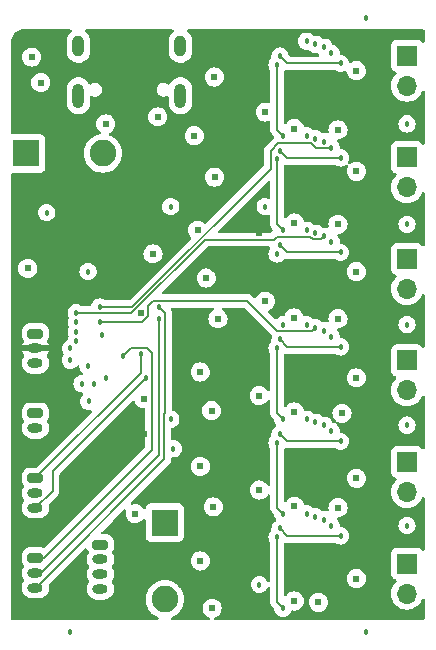
<source format=gbr>
%TF.GenerationSoftware,KiCad,Pcbnew,8.0.8*%
%TF.CreationDate,2025-02-02T15:52:31-05:00*%
%TF.ProjectId,CAN Board,43414e20-426f-4617-9264-2e6b69636164,rev?*%
%TF.SameCoordinates,Original*%
%TF.FileFunction,Copper,L3,Inr*%
%TF.FilePolarity,Positive*%
%FSLAX46Y46*%
G04 Gerber Fmt 4.6, Leading zero omitted, Abs format (unit mm)*
G04 Created by KiCad (PCBNEW 8.0.8) date 2025-02-02 15:52:31*
%MOMM*%
%LPD*%
G01*
G04 APERTURE LIST*
G04 Aperture macros list*
%AMRoundRect*
0 Rectangle with rounded corners*
0 $1 Rounding radius*
0 $2 $3 $4 $5 $6 $7 $8 $9 X,Y pos of 4 corners*
0 Add a 4 corners polygon primitive as box body*
4,1,4,$2,$3,$4,$5,$6,$7,$8,$9,$2,$3,0*
0 Add four circle primitives for the rounded corners*
1,1,$1+$1,$2,$3*
1,1,$1+$1,$4,$5*
1,1,$1+$1,$6,$7*
1,1,$1+$1,$8,$9*
0 Add four rect primitives between the rounded corners*
20,1,$1+$1,$2,$3,$4,$5,0*
20,1,$1+$1,$4,$5,$6,$7,0*
20,1,$1+$1,$6,$7,$8,$9,0*
20,1,$1+$1,$8,$9,$2,$3,0*%
G04 Aperture macros list end*
%TA.AperFunction,ComponentPad*%
%ADD10O,1.000000X2.100000*%
%TD*%
%TA.AperFunction,ComponentPad*%
%ADD11O,1.000000X1.800000*%
%TD*%
%TA.AperFunction,ComponentPad*%
%ADD12RoundRect,0.200000X-0.450000X0.200000X-0.450000X-0.200000X0.450000X-0.200000X0.450000X0.200000X0*%
%TD*%
%TA.AperFunction,ComponentPad*%
%ADD13O,1.300000X0.800000*%
%TD*%
%TA.AperFunction,ComponentPad*%
%ADD14R,1.700000X1.700000*%
%TD*%
%TA.AperFunction,ComponentPad*%
%ADD15O,1.700000X1.700000*%
%TD*%
%TA.AperFunction,ComponentPad*%
%ADD16R,2.250000X2.250000*%
%TD*%
%TA.AperFunction,ComponentPad*%
%ADD17C,2.250000*%
%TD*%
%TA.AperFunction,ViaPad*%
%ADD18C,0.457200*%
%TD*%
%TA.AperFunction,ViaPad*%
%ADD19C,0.610000*%
%TD*%
%TA.AperFunction,Conductor*%
%ADD20C,0.152400*%
%TD*%
G04 APERTURE END LIST*
D10*
%TO.N,GND*%
%TO.C,J3*%
X41320000Y-17605000D03*
D11*
X41320000Y-13425000D03*
D10*
X32680000Y-17605000D03*
D11*
X32680000Y-13425000D03*
%TD*%
D12*
%TO.N,SPI1 TX*%
%TO.C,J2*%
X34550000Y-55625000D03*
D13*
%TO.N,SPI1 RX*%
X34550000Y-56875000D03*
%TO.N,SPI1 CSn*%
X34550000Y-58125000D03*
%TO.N,SPI1 SCK*%
X34550000Y-59375000D03*
%TD*%
D14*
%TO.N,CAN5H*%
%TO.C,J8*%
X60500000Y-48625000D03*
D15*
%TO.N,CAN5L*%
X60500000Y-51165000D03*
%TD*%
D16*
%TO.N,Net-(R5-Pad2)*%
%TO.C,SW2*%
X28250000Y-22500000D03*
D17*
%TO.N,GND*%
X34750000Y-22500000D03*
%TD*%
D14*
%TO.N,CAN4H*%
%TO.C,J7*%
X60500000Y-40025000D03*
D15*
%TO.N,CAN4L*%
X60500000Y-42565000D03*
%TD*%
D12*
%TO.N,TX0*%
%TO.C,J10*%
X29050000Y-44500000D03*
D13*
%TO.N,RX0*%
X29050000Y-45750000D03*
%TD*%
D12*
%TO.N,GPIO 15*%
%TO.C,J1*%
X29050000Y-56750000D03*
D13*
%TO.N,ADC 0*%
X29050000Y-58000000D03*
%TO.N,ADC 1*%
X29050000Y-59250000D03*
%TD*%
D14*
%TO.N,CAN3H*%
%TO.C,J6*%
X60500000Y-31425000D03*
D15*
%TO.N,CAN3L*%
X60500000Y-33965000D03*
%TD*%
D14*
%TO.N,CAN6H*%
%TO.C,J9*%
X60500000Y-57225000D03*
D15*
%TO.N,CAN6L*%
X60500000Y-59765000D03*
%TD*%
D12*
%TO.N,+5V*%
%TO.C,J12*%
X29050000Y-37750000D03*
D13*
%TO.N,+3V3*%
X29050000Y-39000000D03*
%TO.N,GND*%
X29050000Y-40250000D03*
%TD*%
D14*
%TO.N,CAN2H*%
%TO.C,J5*%
X60500000Y-22825000D03*
D15*
%TO.N,CAN2L*%
X60500000Y-25365000D03*
%TD*%
D14*
%TO.N,CAN1H*%
%TO.C,J4*%
X60500000Y-14225000D03*
D15*
%TO.N,CAN1L*%
X60500000Y-16765000D03*
%TD*%
D12*
%TO.N,SWCLK*%
%TO.C,J11*%
X29050000Y-50000000D03*
D13*
%TO.N,GND*%
X29050000Y-51250000D03*
%TO.N,SWD*%
X29050000Y-52500000D03*
%TD*%
D16*
%TO.N,RUN*%
%TO.C,SW1*%
X40000000Y-53750000D03*
D17*
%TO.N,GND*%
X40000000Y-60250000D03*
%TD*%
D18*
%TO.N,GND*%
X60500000Y-20000000D03*
X60500000Y-28500000D03*
X60500000Y-37000000D03*
X60500000Y-45500000D03*
X60500000Y-54000000D03*
X32000000Y-63000000D03*
X57000000Y-63000000D03*
X57000000Y-11000000D03*
D19*
X50969058Y-52387858D03*
X50969058Y-44387858D03*
D18*
X40500000Y-27000000D03*
D19*
X48000000Y-43000000D03*
X43500000Y-33045200D03*
X56225000Y-32500000D03*
X56225000Y-50000000D03*
X43000000Y-49000000D03*
X43000000Y-41000000D03*
X56225000Y-24000000D03*
D18*
X33542800Y-43500000D03*
D19*
X48000000Y-51000000D03*
X50969058Y-28387858D03*
X48500000Y-19000000D03*
X43000000Y-57000000D03*
X50928458Y-36418800D03*
D18*
X48500000Y-27000000D03*
D19*
X38000000Y-36000000D03*
X56225000Y-15500000D03*
X56225000Y-41500000D03*
D18*
X40500000Y-45000000D03*
D19*
X29500000Y-16500000D03*
X50969058Y-20387858D03*
X28400000Y-32229559D03*
X56225000Y-58500000D03*
D18*
X48000000Y-59000000D03*
X40704600Y-47500000D03*
D19*
X50969058Y-60387858D03*
X37500000Y-53000000D03*
X44210100Y-24500000D03*
X48500000Y-35000000D03*
X44197600Y-16027400D03*
%TO.N,+1V1*%
X39000000Y-31000000D03*
X38225000Y-43261282D03*
%TO.N,+3V3*%
X47500000Y-12890600D03*
X32543692Y-34218800D03*
X54655500Y-35425700D03*
X40500000Y-23500000D03*
X47500000Y-53081200D03*
X48000000Y-29215200D03*
X54655500Y-51425700D03*
X47590500Y-45228500D03*
X54655500Y-43425700D03*
D18*
X36943750Y-26443750D03*
D19*
X47500000Y-37215200D03*
X54655500Y-19425700D03*
X38225000Y-46258021D03*
X30450000Y-18651863D03*
X48000000Y-21215200D03*
X54655500Y-27425700D03*
D18*
X40500000Y-34000000D03*
D19*
X54425700Y-59425700D03*
%TO.N,+5V*%
X42500000Y-21000000D03*
X55000000Y-44500000D03*
X54655500Y-20500000D03*
X54655500Y-52500000D03*
X35000000Y-20000000D03*
X28725000Y-14342515D03*
X42776400Y-29000000D03*
X54655500Y-28500000D03*
X44000000Y-61000000D03*
X39400000Y-19400000D03*
X54655500Y-36500000D03*
X53000000Y-60500000D03*
X44101860Y-52423800D03*
X43953060Y-44275000D03*
X44500000Y-36500000D03*
D18*
%TO.N,SWCLK*%
X38000000Y-39500000D03*
%TO.N,SWD*%
X38400000Y-41500000D03*
%TO.N,/QSPI_SS*%
X30000000Y-27500000D03*
X33500000Y-32500000D03*
%TO.N,SPI0 RX*%
X52750000Y-53250000D03*
X52750000Y-13250000D03*
X52750000Y-45250000D03*
X52750000Y-29250000D03*
X34500000Y-36750000D03*
X52750000Y-21250000D03*
X52750000Y-37250000D03*
%TO.N,SPI0 6CS*%
X32000000Y-40000000D03*
X52000000Y-53000000D03*
%TO.N,SPI0 2CS*%
X52000000Y-21000000D03*
X34647693Y-37852307D03*
%TO.N,SPI0 SCK*%
X54074300Y-22000000D03*
X54074300Y-30000000D03*
X54074300Y-46000000D03*
X54074300Y-14000000D03*
X54074300Y-38000000D03*
X34500000Y-35500000D03*
X54074300Y-54000000D03*
%TO.N,SPI0 TX*%
X53500000Y-37500000D03*
X53500000Y-45500000D03*
X53500000Y-29500000D03*
X53500000Y-13500000D03*
X53500000Y-21500000D03*
X32500000Y-36000000D03*
X53500000Y-53500000D03*
%TO.N,SPI0 4CS*%
X52000000Y-37000000D03*
X32500000Y-38400001D03*
%TO.N,SPI0 1CS*%
X52000000Y-13000000D03*
X32500000Y-36799999D03*
%TO.N,SPI0 5CS*%
X52000000Y-45000000D03*
X32000000Y-39000000D03*
%TO.N,SPI0 3CS*%
X52000000Y-29000000D03*
X32501956Y-37600000D03*
%TO.N,Net-(U4-TXCAN)*%
X49750000Y-14250000D03*
X54875000Y-14875000D03*
%TO.N,Net-(U4-RXCAN)*%
X49500000Y-15000000D03*
X50000000Y-21000000D03*
%TO.N,Net-(U5-TXCAN)*%
X54875000Y-22875000D03*
X49750000Y-22250000D03*
%TO.N,Net-(U5-RXCAN)*%
X50000000Y-29000000D03*
X49500000Y-23000000D03*
%TO.N,Net-(U6-RXCAN)*%
X49500000Y-31000000D03*
X50000000Y-37000000D03*
%TO.N,Net-(U6-TXCAN)*%
X49750000Y-30250000D03*
X54875000Y-30875000D03*
%TO.N,Net-(U7-RXCAN)*%
X49500000Y-39000000D03*
X50000000Y-45000000D03*
%TO.N,ADC 1*%
X39500000Y-35500000D03*
%TO.N,Net-(U7-TXCAN)*%
X54875000Y-38875000D03*
X49750000Y-38250000D03*
%TO.N,SPI1 TX*%
X33500000Y-40500000D03*
%TO.N,Net-(U8-RXCAN)*%
X49500000Y-47000000D03*
X50000000Y-53000000D03*
%TO.N,Net-(U8-TXCAN)*%
X54875000Y-46875000D03*
X49750000Y-46250000D03*
%TO.N,Net-(U9-RXCAN)*%
X50000000Y-61000000D03*
X49500000Y-55000000D03*
%TO.N,Net-(U9-TXCAN)*%
X49750000Y-54250000D03*
X54875000Y-54875000D03*
%TO.N,SPI1 SCK*%
X35000000Y-41500000D03*
%TO.N,SPI1 RX*%
X33000000Y-42000000D03*
%TO.N,SPI1 CSn*%
X34000000Y-42000000D03*
%TO.N,ADC 0*%
X39500000Y-36500000D03*
%TO.N,GPIO 15*%
X36465692Y-39619152D03*
%TD*%
D20*
%TO.N,SWCLK*%
X38000000Y-41050000D02*
X29050000Y-50000000D01*
X38000000Y-39500000D02*
X38000000Y-41050000D01*
%TO.N,SWD*%
X30500000Y-49400000D02*
X30500000Y-51050000D01*
X30500000Y-51050000D02*
X29050000Y-52500000D01*
X38400000Y-41500000D02*
X30500000Y-49400000D01*
%TO.N,SPI0 RX*%
X39033200Y-34966800D02*
X46966800Y-34966800D01*
X52466800Y-37533200D02*
X52750000Y-37250000D01*
X38581200Y-35418800D02*
X39033200Y-34966800D01*
X38581200Y-36240741D02*
X38581200Y-35418800D01*
X34500000Y-36750000D02*
X38071941Y-36750000D01*
X49533200Y-37533200D02*
X52466800Y-37533200D01*
X38071941Y-36750000D02*
X38581200Y-36240741D01*
X46966800Y-34966800D02*
X49533200Y-37533200D01*
%TO.N,SPI0 SCK*%
X48966800Y-23779141D02*
X48966800Y-22279141D01*
X34500000Y-35500000D02*
X37245941Y-35500000D01*
X52372971Y-21627030D02*
X52779141Y-22033200D01*
X48966800Y-22279141D02*
X49618911Y-21627030D01*
X37245941Y-35500000D02*
X48966800Y-23779141D01*
X52779141Y-22033200D02*
X54041100Y-22033200D01*
X49618911Y-21627030D02*
X52372971Y-21627030D01*
X54041100Y-22033200D02*
X54074300Y-22000000D01*
%TO.N,SPI0 TX*%
X32500000Y-36000000D02*
X32533200Y-36033200D01*
X43381659Y-29796400D02*
X49203600Y-29796400D01*
X49203600Y-29796400D02*
X49466800Y-29533200D01*
X52529141Y-29783200D02*
X53216800Y-29783200D01*
X32533200Y-36033200D02*
X37144859Y-36033200D01*
X52279141Y-29533200D02*
X52529141Y-29783200D01*
X37144859Y-36033200D02*
X43381659Y-29796400D01*
X53216800Y-29783200D02*
X53500000Y-29500000D01*
X49466800Y-29533200D02*
X52279141Y-29533200D01*
%TO.N,Net-(U4-TXCAN)*%
X50375000Y-14875000D02*
X54875000Y-14875000D01*
X49750000Y-14250000D02*
X50375000Y-14875000D01*
%TO.N,Net-(U4-RXCAN)*%
X49500000Y-20500000D02*
X49500000Y-15000000D01*
X50000000Y-21000000D02*
X49500000Y-20500000D01*
%TO.N,Net-(U5-TXCAN)*%
X49750000Y-22250000D02*
X50375000Y-22875000D01*
X50375000Y-22875000D02*
X54875000Y-22875000D01*
%TO.N,Net-(U5-RXCAN)*%
X50000000Y-29000000D02*
X49500000Y-28500000D01*
X49500000Y-28500000D02*
X49500000Y-23000000D01*
%TO.N,Net-(U6-TXCAN)*%
X50375000Y-30875000D02*
X54875000Y-30875000D01*
X49750000Y-30250000D02*
X50375000Y-30875000D01*
%TO.N,Net-(U7-RXCAN)*%
X50000000Y-45000000D02*
X49500000Y-44500000D01*
X49500000Y-44500000D02*
X49500000Y-39000000D01*
%TO.N,ADC 1*%
X39966800Y-44533200D02*
X39966800Y-48379210D01*
X39500000Y-35500000D02*
X40033200Y-36033200D01*
X29096010Y-59250000D02*
X29050000Y-59250000D01*
X40033200Y-44466800D02*
X39966800Y-44533200D01*
X39500000Y-35500000D02*
X39463024Y-35500000D01*
X39966800Y-48379210D02*
X29096010Y-59250000D01*
X40033200Y-36033200D02*
X40033200Y-44466800D01*
%TO.N,Net-(U7-TXCAN)*%
X50375000Y-38875000D02*
X54875000Y-38875000D01*
X49750000Y-38250000D02*
X50375000Y-38875000D01*
%TO.N,Net-(U8-RXCAN)*%
X50000000Y-53000000D02*
X49500000Y-52500000D01*
X49500000Y-52500000D02*
X49500000Y-47000000D01*
%TO.N,Net-(U8-TXCAN)*%
X49750000Y-46250000D02*
X50375000Y-46875000D01*
X50375000Y-46875000D02*
X54875000Y-46875000D01*
%TO.N,Net-(U9-RXCAN)*%
X49500000Y-60500000D02*
X49500000Y-55000000D01*
X50000000Y-61000000D02*
X49500000Y-60500000D01*
%TO.N,Net-(U9-TXCAN)*%
X50375000Y-54875000D02*
X54875000Y-54875000D01*
X49750000Y-54250000D02*
X50375000Y-54875000D01*
%TO.N,ADC 0*%
X39500000Y-48000000D02*
X39500000Y-36500000D01*
X29500000Y-58000000D02*
X39500000Y-48000000D01*
X29050000Y-58000000D02*
X29500000Y-58000000D01*
%TO.N,GPIO 15*%
X36465692Y-39619152D02*
X37118044Y-38966800D01*
X29750000Y-56750000D02*
X29050000Y-56750000D01*
X38466800Y-38966800D02*
X38933200Y-39433200D01*
X38933200Y-39433200D02*
X38933200Y-47566800D01*
X38933200Y-47566800D02*
X29750000Y-56750000D01*
X37118044Y-38966800D02*
X38466800Y-38966800D01*
%TD*%
%TA.AperFunction,Conductor*%
%TO.N,+3V3*%
G36*
X48842634Y-24821398D02*
G01*
X48898567Y-24863270D01*
X48922984Y-24928734D01*
X48923300Y-24937580D01*
X48923300Y-26200910D01*
X48903615Y-26267949D01*
X48850811Y-26313704D01*
X48781653Y-26323648D01*
X48758346Y-26317952D01*
X48663266Y-26284682D01*
X48663261Y-26284681D01*
X48500004Y-26266287D01*
X48499996Y-26266287D01*
X48336738Y-26284681D01*
X48336734Y-26284682D01*
X48181652Y-26338947D01*
X48042536Y-26426360D01*
X47926360Y-26542536D01*
X47838947Y-26681652D01*
X47784682Y-26836734D01*
X47784681Y-26836738D01*
X47766287Y-26999996D01*
X47766287Y-27000003D01*
X47784681Y-27163261D01*
X47784682Y-27163265D01*
X47838947Y-27318347D01*
X47850503Y-27336738D01*
X47926360Y-27457463D01*
X48042537Y-27573640D01*
X48181654Y-27661053D01*
X48336733Y-27715317D01*
X48336734Y-27715317D01*
X48336738Y-27715318D01*
X48499996Y-27733713D01*
X48500000Y-27733713D01*
X48500004Y-27733713D01*
X48663261Y-27715318D01*
X48663263Y-27715317D01*
X48663267Y-27715317D01*
X48758345Y-27682047D01*
X48828124Y-27678486D01*
X48888751Y-27713214D01*
X48920979Y-27775208D01*
X48923300Y-27799089D01*
X48923300Y-28424076D01*
X48923300Y-28575924D01*
X48951287Y-28680375D01*
X48962602Y-28722600D01*
X48962602Y-28722601D01*
X49038522Y-28854098D01*
X49038527Y-28854104D01*
X49096742Y-28912319D01*
X49130227Y-28973642D01*
X49125243Y-29043334D01*
X49096742Y-29087681D01*
X49001042Y-29183381D01*
X48939719Y-29216866D01*
X48913361Y-29219700D01*
X44641180Y-29219700D01*
X44574141Y-29200015D01*
X44528386Y-29147211D01*
X44518442Y-29078053D01*
X44547467Y-29014497D01*
X44553499Y-29008019D01*
X48711619Y-24849899D01*
X48772942Y-24816414D01*
X48842634Y-24821398D01*
G37*
%TD.AperFunction*%
%TA.AperFunction,Conductor*%
G36*
X32071433Y-12019685D02*
G01*
X32117188Y-12072489D01*
X32127132Y-12141647D01*
X32098107Y-12205203D01*
X32073285Y-12227102D01*
X32042218Y-12247860D01*
X32042214Y-12247863D01*
X31902863Y-12387214D01*
X31902860Y-12387218D01*
X31793371Y-12551079D01*
X31793364Y-12551092D01*
X31717950Y-12733160D01*
X31717947Y-12733170D01*
X31679500Y-12926456D01*
X31679500Y-12926459D01*
X31679500Y-13923541D01*
X31679500Y-13923543D01*
X31679499Y-13923543D01*
X31717947Y-14116829D01*
X31717950Y-14116839D01*
X31793364Y-14298907D01*
X31793371Y-14298920D01*
X31902860Y-14462781D01*
X31902863Y-14462785D01*
X32042214Y-14602136D01*
X32042218Y-14602139D01*
X32206079Y-14711628D01*
X32206092Y-14711635D01*
X32346220Y-14769677D01*
X32388165Y-14787051D01*
X32388169Y-14787051D01*
X32388170Y-14787052D01*
X32581456Y-14825500D01*
X32581459Y-14825500D01*
X32778543Y-14825500D01*
X32908582Y-14799632D01*
X32971835Y-14787051D01*
X33153914Y-14711632D01*
X33317782Y-14602139D01*
X33457139Y-14462782D01*
X33566632Y-14298914D01*
X33642051Y-14116835D01*
X33665291Y-14000000D01*
X33680500Y-13923543D01*
X33680500Y-12926456D01*
X33642052Y-12733170D01*
X33642051Y-12733169D01*
X33642051Y-12733165D01*
X33618522Y-12676360D01*
X33566635Y-12551092D01*
X33566628Y-12551079D01*
X33457139Y-12387218D01*
X33457136Y-12387214D01*
X33317785Y-12247863D01*
X33317781Y-12247860D01*
X33286715Y-12227102D01*
X33241910Y-12173489D01*
X33233203Y-12104164D01*
X33263358Y-12041137D01*
X33322801Y-12004418D01*
X33355606Y-12000000D01*
X40644394Y-12000000D01*
X40711433Y-12019685D01*
X40757188Y-12072489D01*
X40767132Y-12141647D01*
X40738107Y-12205203D01*
X40713285Y-12227102D01*
X40682218Y-12247860D01*
X40682214Y-12247863D01*
X40542863Y-12387214D01*
X40542860Y-12387218D01*
X40433371Y-12551079D01*
X40433364Y-12551092D01*
X40357950Y-12733160D01*
X40357947Y-12733170D01*
X40319500Y-12926456D01*
X40319500Y-12926459D01*
X40319500Y-13923541D01*
X40319500Y-13923543D01*
X40319499Y-13923543D01*
X40357947Y-14116829D01*
X40357950Y-14116839D01*
X40433364Y-14298907D01*
X40433371Y-14298920D01*
X40542860Y-14462781D01*
X40542863Y-14462785D01*
X40682214Y-14602136D01*
X40682218Y-14602139D01*
X40846079Y-14711628D01*
X40846092Y-14711635D01*
X40986220Y-14769677D01*
X41028165Y-14787051D01*
X41028169Y-14787051D01*
X41028170Y-14787052D01*
X41221456Y-14825500D01*
X41221459Y-14825500D01*
X41418543Y-14825500D01*
X41548582Y-14799632D01*
X41611835Y-14787051D01*
X41793914Y-14711632D01*
X41957782Y-14602139D01*
X42097139Y-14462782D01*
X42206632Y-14298914D01*
X42282051Y-14116835D01*
X42305291Y-14000000D01*
X42320500Y-13923543D01*
X42320500Y-12926456D01*
X42282052Y-12733170D01*
X42282051Y-12733169D01*
X42282051Y-12733165D01*
X42258522Y-12676360D01*
X42206635Y-12551092D01*
X42206628Y-12551079D01*
X42097139Y-12387218D01*
X42097136Y-12387214D01*
X41957785Y-12247863D01*
X41957781Y-12247860D01*
X41926715Y-12227102D01*
X41881910Y-12173489D01*
X41873203Y-12104164D01*
X41903358Y-12041137D01*
X41962801Y-12004418D01*
X41995606Y-12000000D01*
X61876000Y-12000000D01*
X61943039Y-12019685D01*
X61988794Y-12072489D01*
X62000000Y-12124000D01*
X62000000Y-13035565D01*
X61980315Y-13102604D01*
X61927511Y-13148359D01*
X61858353Y-13158303D01*
X61794797Y-13129278D01*
X61776734Y-13109876D01*
X61707547Y-13017455D01*
X61707544Y-13017452D01*
X61592335Y-12931206D01*
X61592328Y-12931202D01*
X61457482Y-12880908D01*
X61457483Y-12880908D01*
X61397883Y-12874501D01*
X61397881Y-12874500D01*
X61397873Y-12874500D01*
X61397864Y-12874500D01*
X59602129Y-12874500D01*
X59602123Y-12874501D01*
X59542516Y-12880908D01*
X59407671Y-12931202D01*
X59407664Y-12931206D01*
X59292455Y-13017452D01*
X59292452Y-13017455D01*
X59206206Y-13132664D01*
X59206202Y-13132671D01*
X59155908Y-13267517D01*
X59149501Y-13327116D01*
X59149500Y-13327135D01*
X59149500Y-15122870D01*
X59149501Y-15122876D01*
X59155908Y-15182483D01*
X59206202Y-15317328D01*
X59206206Y-15317335D01*
X59292452Y-15432544D01*
X59292455Y-15432547D01*
X59407664Y-15518793D01*
X59407671Y-15518797D01*
X59539081Y-15567810D01*
X59595015Y-15609681D01*
X59619432Y-15675145D01*
X59604580Y-15743418D01*
X59583430Y-15771673D01*
X59461503Y-15893600D01*
X59325965Y-16087169D01*
X59325964Y-16087171D01*
X59226098Y-16301335D01*
X59226094Y-16301344D01*
X59164938Y-16529586D01*
X59164936Y-16529596D01*
X59144341Y-16764999D01*
X59144341Y-16765000D01*
X59164936Y-17000403D01*
X59164938Y-17000413D01*
X59226094Y-17228655D01*
X59226096Y-17228659D01*
X59226097Y-17228663D01*
X59325965Y-17442830D01*
X59325967Y-17442834D01*
X59414111Y-17568715D01*
X59461505Y-17636401D01*
X59628599Y-17803495D01*
X59725384Y-17871265D01*
X59822165Y-17939032D01*
X59822167Y-17939033D01*
X59822170Y-17939035D01*
X60036337Y-18038903D01*
X60264592Y-18100063D01*
X60452918Y-18116539D01*
X60499999Y-18120659D01*
X60500000Y-18120659D01*
X60500001Y-18120659D01*
X60539234Y-18117226D01*
X60735408Y-18100063D01*
X60963663Y-18038903D01*
X61177830Y-17939035D01*
X61371401Y-17803495D01*
X61538495Y-17636401D01*
X61674035Y-17442830D01*
X61763619Y-17250716D01*
X61809790Y-17198279D01*
X61876984Y-17179127D01*
X61943865Y-17199343D01*
X61989199Y-17252508D01*
X62000000Y-17303123D01*
X62000000Y-21635565D01*
X61980315Y-21702604D01*
X61927511Y-21748359D01*
X61858353Y-21758303D01*
X61794797Y-21729278D01*
X61776734Y-21709876D01*
X61707547Y-21617455D01*
X61707544Y-21617452D01*
X61592335Y-21531206D01*
X61592328Y-21531202D01*
X61457482Y-21480908D01*
X61457483Y-21480908D01*
X61397883Y-21474501D01*
X61397881Y-21474500D01*
X61397873Y-21474500D01*
X61397864Y-21474500D01*
X59602129Y-21474500D01*
X59602123Y-21474501D01*
X59542516Y-21480908D01*
X59407671Y-21531202D01*
X59407664Y-21531206D01*
X59292455Y-21617452D01*
X59292452Y-21617455D01*
X59206206Y-21732664D01*
X59206202Y-21732671D01*
X59155908Y-21867517D01*
X59149501Y-21927116D01*
X59149500Y-21927135D01*
X59149500Y-23722870D01*
X59149501Y-23722876D01*
X59155908Y-23782483D01*
X59206202Y-23917328D01*
X59206206Y-23917335D01*
X59292452Y-24032544D01*
X59292455Y-24032547D01*
X59407664Y-24118793D01*
X59407671Y-24118797D01*
X59539081Y-24167810D01*
X59595015Y-24209681D01*
X59619432Y-24275145D01*
X59604580Y-24343418D01*
X59583430Y-24371673D01*
X59461503Y-24493600D01*
X59325965Y-24687170D01*
X59226098Y-24901335D01*
X59226094Y-24901344D01*
X59164938Y-25129586D01*
X59164936Y-25129596D01*
X59144341Y-25364999D01*
X59144341Y-25365000D01*
X59164936Y-25600403D01*
X59164938Y-25600413D01*
X59226094Y-25828655D01*
X59226096Y-25828659D01*
X59226097Y-25828663D01*
X59325965Y-26042830D01*
X59325967Y-26042834D01*
X59434281Y-26197521D01*
X59461505Y-26236401D01*
X59628599Y-26403495D01*
X59630596Y-26404893D01*
X59822165Y-26539032D01*
X59822167Y-26539033D01*
X59822170Y-26539035D01*
X60036337Y-26638903D01*
X60264592Y-26700063D01*
X60452918Y-26716539D01*
X60499999Y-26720659D01*
X60500000Y-26720659D01*
X60500001Y-26720659D01*
X60539234Y-26717226D01*
X60735408Y-26700063D01*
X60963663Y-26638903D01*
X61177830Y-26539035D01*
X61371401Y-26403495D01*
X61538495Y-26236401D01*
X61674035Y-26042830D01*
X61763619Y-25850716D01*
X61809790Y-25798279D01*
X61876984Y-25779127D01*
X61943865Y-25799343D01*
X61989199Y-25852508D01*
X62000000Y-25903123D01*
X62000000Y-30235565D01*
X61980315Y-30302604D01*
X61927511Y-30348359D01*
X61858353Y-30358303D01*
X61794797Y-30329278D01*
X61776734Y-30309876D01*
X61707547Y-30217455D01*
X61707544Y-30217452D01*
X61592335Y-30131206D01*
X61592328Y-30131202D01*
X61457482Y-30080908D01*
X61457483Y-30080908D01*
X61397883Y-30074501D01*
X61397881Y-30074500D01*
X61397873Y-30074500D01*
X61397864Y-30074500D01*
X59602129Y-30074500D01*
X59602123Y-30074501D01*
X59542516Y-30080908D01*
X59407671Y-30131202D01*
X59407664Y-30131206D01*
X59292455Y-30217452D01*
X59292452Y-30217455D01*
X59206206Y-30332664D01*
X59206202Y-30332671D01*
X59155908Y-30467517D01*
X59149501Y-30527116D01*
X59149500Y-30527135D01*
X59149500Y-32322870D01*
X59149501Y-32322876D01*
X59155908Y-32382483D01*
X59206202Y-32517328D01*
X59206206Y-32517335D01*
X59292452Y-32632544D01*
X59292455Y-32632547D01*
X59407664Y-32718793D01*
X59407671Y-32718797D01*
X59539081Y-32767810D01*
X59595015Y-32809681D01*
X59619432Y-32875145D01*
X59604580Y-32943418D01*
X59583430Y-32971673D01*
X59461503Y-33093600D01*
X59325965Y-33287169D01*
X59325964Y-33287171D01*
X59226098Y-33501335D01*
X59226094Y-33501344D01*
X59164938Y-33729586D01*
X59164936Y-33729596D01*
X59144341Y-33964999D01*
X59144341Y-33965000D01*
X59164936Y-34200403D01*
X59164938Y-34200413D01*
X59226094Y-34428655D01*
X59226096Y-34428659D01*
X59226097Y-34428663D01*
X59261846Y-34505327D01*
X59325965Y-34642830D01*
X59325967Y-34642834D01*
X59425290Y-34784681D01*
X59461505Y-34836401D01*
X59628599Y-35003495D01*
X59684357Y-35042537D01*
X59822165Y-35139032D01*
X59822167Y-35139033D01*
X59822170Y-35139035D01*
X60036337Y-35238903D01*
X60264592Y-35300063D01*
X60452918Y-35316539D01*
X60499999Y-35320659D01*
X60500000Y-35320659D01*
X60500001Y-35320659D01*
X60539234Y-35317226D01*
X60735408Y-35300063D01*
X60963663Y-35238903D01*
X61177830Y-35139035D01*
X61371401Y-35003495D01*
X61538495Y-34836401D01*
X61674035Y-34642830D01*
X61763619Y-34450716D01*
X61809790Y-34398279D01*
X61876984Y-34379127D01*
X61943865Y-34399343D01*
X61989199Y-34452508D01*
X62000000Y-34503123D01*
X62000000Y-38835565D01*
X61980315Y-38902604D01*
X61927511Y-38948359D01*
X61858353Y-38958303D01*
X61794797Y-38929278D01*
X61776734Y-38909876D01*
X61707547Y-38817455D01*
X61707544Y-38817452D01*
X61592335Y-38731206D01*
X61592328Y-38731202D01*
X61457482Y-38680908D01*
X61457483Y-38680908D01*
X61397883Y-38674501D01*
X61397881Y-38674500D01*
X61397873Y-38674500D01*
X61397864Y-38674500D01*
X59602129Y-38674500D01*
X59602123Y-38674501D01*
X59542516Y-38680908D01*
X59407671Y-38731202D01*
X59407664Y-38731206D01*
X59292455Y-38817452D01*
X59292452Y-38817455D01*
X59206206Y-38932664D01*
X59206202Y-38932671D01*
X59155908Y-39067517D01*
X59149501Y-39127116D01*
X59149500Y-39127135D01*
X59149500Y-40922870D01*
X59149501Y-40922876D01*
X59155908Y-40982483D01*
X59206202Y-41117328D01*
X59206206Y-41117335D01*
X59292452Y-41232544D01*
X59292455Y-41232547D01*
X59407664Y-41318793D01*
X59407671Y-41318797D01*
X59539081Y-41367810D01*
X59595015Y-41409681D01*
X59619432Y-41475145D01*
X59604580Y-41543418D01*
X59583430Y-41571673D01*
X59461503Y-41693600D01*
X59325965Y-41887169D01*
X59325964Y-41887171D01*
X59226098Y-42101335D01*
X59226094Y-42101344D01*
X59164938Y-42329586D01*
X59164936Y-42329596D01*
X59144341Y-42564999D01*
X59144341Y-42565000D01*
X59164936Y-42800403D01*
X59164938Y-42800413D01*
X59226094Y-43028655D01*
X59226096Y-43028659D01*
X59226097Y-43028663D01*
X59296839Y-43180369D01*
X59325965Y-43242830D01*
X59325967Y-43242834D01*
X59391717Y-43336734D01*
X59461505Y-43436401D01*
X59628599Y-43603495D01*
X59682519Y-43641250D01*
X59822165Y-43739032D01*
X59822167Y-43739033D01*
X59822170Y-43739035D01*
X60036337Y-43838903D01*
X60264592Y-43900063D01*
X60452918Y-43916539D01*
X60499999Y-43920659D01*
X60500000Y-43920659D01*
X60500001Y-43920659D01*
X60539234Y-43917226D01*
X60735408Y-43900063D01*
X60963663Y-43838903D01*
X61177830Y-43739035D01*
X61371401Y-43603495D01*
X61538495Y-43436401D01*
X61674035Y-43242830D01*
X61763619Y-43050716D01*
X61809790Y-42998279D01*
X61876984Y-42979127D01*
X61943865Y-42999343D01*
X61989199Y-43052508D01*
X62000000Y-43103123D01*
X62000000Y-47435565D01*
X61980315Y-47502604D01*
X61927511Y-47548359D01*
X61858353Y-47558303D01*
X61794797Y-47529278D01*
X61776734Y-47509876D01*
X61707547Y-47417455D01*
X61707544Y-47417452D01*
X61592335Y-47331206D01*
X61592328Y-47331202D01*
X61457482Y-47280908D01*
X61457483Y-47280908D01*
X61397883Y-47274501D01*
X61397881Y-47274500D01*
X61397873Y-47274500D01*
X61397864Y-47274500D01*
X59602129Y-47274500D01*
X59602123Y-47274501D01*
X59542516Y-47280908D01*
X59407671Y-47331202D01*
X59407664Y-47331206D01*
X59292455Y-47417452D01*
X59292452Y-47417455D01*
X59206206Y-47532664D01*
X59206202Y-47532671D01*
X59155908Y-47667517D01*
X59149501Y-47727116D01*
X59149500Y-47727135D01*
X59149500Y-49522870D01*
X59149501Y-49522876D01*
X59155908Y-49582483D01*
X59206202Y-49717328D01*
X59206206Y-49717335D01*
X59292452Y-49832544D01*
X59292455Y-49832547D01*
X59407664Y-49918793D01*
X59407671Y-49918797D01*
X59539081Y-49967810D01*
X59595015Y-50009681D01*
X59619432Y-50075145D01*
X59604580Y-50143418D01*
X59583430Y-50171673D01*
X59461503Y-50293600D01*
X59325965Y-50487169D01*
X59325964Y-50487171D01*
X59226098Y-50701335D01*
X59226094Y-50701344D01*
X59164938Y-50929586D01*
X59164936Y-50929596D01*
X59144341Y-51164999D01*
X59144341Y-51165000D01*
X59164936Y-51400403D01*
X59164938Y-51400413D01*
X59226094Y-51628655D01*
X59226096Y-51628659D01*
X59226097Y-51628663D01*
X59317201Y-51824035D01*
X59325965Y-51842830D01*
X59325967Y-51842834D01*
X59406714Y-51958152D01*
X59461505Y-52036401D01*
X59628599Y-52203495D01*
X59676926Y-52237334D01*
X59822165Y-52339032D01*
X59822167Y-52339033D01*
X59822170Y-52339035D01*
X60036337Y-52438903D01*
X60264592Y-52500063D01*
X60433936Y-52514879D01*
X60499999Y-52520659D01*
X60500000Y-52520659D01*
X60500001Y-52520659D01*
X60566064Y-52514879D01*
X60735408Y-52500063D01*
X60963663Y-52438903D01*
X61177830Y-52339035D01*
X61371401Y-52203495D01*
X61538495Y-52036401D01*
X61674035Y-51842830D01*
X61763619Y-51650716D01*
X61809790Y-51598279D01*
X61876984Y-51579127D01*
X61943865Y-51599343D01*
X61989199Y-51652508D01*
X62000000Y-51703123D01*
X62000000Y-56035565D01*
X61980315Y-56102604D01*
X61927511Y-56148359D01*
X61858353Y-56158303D01*
X61794797Y-56129278D01*
X61776734Y-56109876D01*
X61707547Y-56017455D01*
X61707544Y-56017452D01*
X61592335Y-55931206D01*
X61592328Y-55931202D01*
X61457482Y-55880908D01*
X61457483Y-55880908D01*
X61397883Y-55874501D01*
X61397881Y-55874500D01*
X61397873Y-55874500D01*
X61397864Y-55874500D01*
X59602129Y-55874500D01*
X59602123Y-55874501D01*
X59542516Y-55880908D01*
X59407671Y-55931202D01*
X59407664Y-55931206D01*
X59292455Y-56017452D01*
X59292452Y-56017455D01*
X59206206Y-56132664D01*
X59206202Y-56132671D01*
X59155908Y-56267517D01*
X59149501Y-56327116D01*
X59149500Y-56327135D01*
X59149500Y-58122870D01*
X59149501Y-58122876D01*
X59155908Y-58182483D01*
X59206202Y-58317328D01*
X59206206Y-58317335D01*
X59292452Y-58432544D01*
X59292455Y-58432547D01*
X59407664Y-58518793D01*
X59407671Y-58518797D01*
X59539081Y-58567810D01*
X59595015Y-58609681D01*
X59619432Y-58675145D01*
X59604580Y-58743418D01*
X59583430Y-58771673D01*
X59461503Y-58893600D01*
X59325965Y-59087169D01*
X59325964Y-59087171D01*
X59226098Y-59301335D01*
X59226094Y-59301344D01*
X59164938Y-59529586D01*
X59164936Y-59529596D01*
X59144341Y-59764999D01*
X59144341Y-59765000D01*
X59164936Y-60000403D01*
X59164938Y-60000413D01*
X59226094Y-60228655D01*
X59226096Y-60228659D01*
X59226097Y-60228663D01*
X59317220Y-60424076D01*
X59325965Y-60442830D01*
X59325967Y-60442834D01*
X59434281Y-60597521D01*
X59461505Y-60636401D01*
X59628599Y-60803495D01*
X59700868Y-60854098D01*
X59822165Y-60939032D01*
X59822167Y-60939033D01*
X59822170Y-60939035D01*
X60036337Y-61038903D01*
X60264592Y-61100063D01*
X60452918Y-61116539D01*
X60499999Y-61120659D01*
X60500000Y-61120659D01*
X60500001Y-61120659D01*
X60539234Y-61117226D01*
X60735408Y-61100063D01*
X60963663Y-61038903D01*
X61177830Y-60939035D01*
X61371401Y-60803495D01*
X61538495Y-60636401D01*
X61674035Y-60442830D01*
X61763619Y-60250716D01*
X61809790Y-60198279D01*
X61876984Y-60179127D01*
X61943865Y-60199343D01*
X61989199Y-60252508D01*
X62000000Y-60303123D01*
X62000000Y-61876000D01*
X61980315Y-61943039D01*
X61927511Y-61988794D01*
X61876000Y-62000000D01*
X44310826Y-62000000D01*
X44243787Y-61980315D01*
X44198032Y-61927511D01*
X44188088Y-61858353D01*
X44217113Y-61794797D01*
X44269871Y-61758958D01*
X44272991Y-61757865D01*
X44351705Y-61730323D01*
X44505399Y-61633750D01*
X44633750Y-61505399D01*
X44730323Y-61351705D01*
X44790274Y-61180375D01*
X44793373Y-61152870D01*
X44810597Y-61000003D01*
X44810597Y-60999996D01*
X44790275Y-60819630D01*
X44790274Y-60819625D01*
X44730322Y-60648293D01*
X44633750Y-60494601D01*
X44505398Y-60366249D01*
X44351706Y-60269677D01*
X44180374Y-60209725D01*
X44180369Y-60209724D01*
X44000004Y-60189403D01*
X43999996Y-60189403D01*
X43819630Y-60209724D01*
X43819625Y-60209725D01*
X43648293Y-60269677D01*
X43494601Y-60366249D01*
X43366249Y-60494601D01*
X43269677Y-60648293D01*
X43209725Y-60819625D01*
X43209724Y-60819630D01*
X43189403Y-60999996D01*
X43189403Y-61000003D01*
X43209724Y-61180369D01*
X43209725Y-61180374D01*
X43269677Y-61351706D01*
X43366249Y-61505398D01*
X43494601Y-61633750D01*
X43624414Y-61715318D01*
X43648295Y-61730323D01*
X43723657Y-61756693D01*
X43730129Y-61758958D01*
X43786905Y-61799680D01*
X43812652Y-61864633D01*
X43799196Y-61933195D01*
X43750808Y-61983597D01*
X43689174Y-62000000D01*
X40646150Y-62000000D01*
X40579111Y-61980315D01*
X40533356Y-61927511D01*
X40523412Y-61858353D01*
X40552437Y-61794797D01*
X40598698Y-61761439D01*
X40740239Y-61702811D01*
X40740240Y-61702810D01*
X40740243Y-61702809D01*
X40958399Y-61569123D01*
X41152956Y-61402956D01*
X41319123Y-61208399D01*
X41452809Y-60990243D01*
X41474021Y-60939034D01*
X41530161Y-60803498D01*
X41550722Y-60753860D01*
X41610452Y-60505070D01*
X41630526Y-60250000D01*
X41610452Y-59994930D01*
X41550722Y-59746140D01*
X41535639Y-59709726D01*
X41452811Y-59509760D01*
X41452809Y-59509757D01*
X41330764Y-59310597D01*
X41319123Y-59291601D01*
X41319122Y-59291600D01*
X41319121Y-59291598D01*
X41219725Y-59175221D01*
X41152956Y-59097044D01*
X41024502Y-58987334D01*
X40958401Y-58930878D01*
X40958396Y-58930875D01*
X40740242Y-58797190D01*
X40740239Y-58797188D01*
X40503864Y-58699279D01*
X40430464Y-58681657D01*
X40255070Y-58639548D01*
X40255067Y-58639547D01*
X40255064Y-58639547D01*
X40000000Y-58619474D01*
X39744935Y-58639547D01*
X39744931Y-58639547D01*
X39744930Y-58639548D01*
X39620535Y-58669413D01*
X39496135Y-58699279D01*
X39259760Y-58797188D01*
X39259757Y-58797190D01*
X39041603Y-58930875D01*
X39041598Y-58930878D01*
X38847044Y-59097044D01*
X38680878Y-59291598D01*
X38680875Y-59291603D01*
X38547190Y-59509757D01*
X38547188Y-59509760D01*
X38449279Y-59746135D01*
X38449278Y-59746140D01*
X38391566Y-59986527D01*
X38389547Y-59994935D01*
X38369474Y-60250000D01*
X38389547Y-60505064D01*
X38389547Y-60505067D01*
X38389548Y-60505070D01*
X38423933Y-60648293D01*
X38449279Y-60753864D01*
X38547188Y-60990239D01*
X38547190Y-60990242D01*
X38680875Y-61208396D01*
X38680878Y-61208401D01*
X38727471Y-61262954D01*
X38847044Y-61402956D01*
X38910864Y-61457463D01*
X39041598Y-61569121D01*
X39041600Y-61569122D01*
X39041601Y-61569123D01*
X39048972Y-61573640D01*
X39259757Y-61702809D01*
X39259760Y-61702811D01*
X39401302Y-61761439D01*
X39455706Y-61805280D01*
X39477771Y-61871574D01*
X39460492Y-61939273D01*
X39409355Y-61986884D01*
X39353850Y-62000000D01*
X27124000Y-62000000D01*
X27056961Y-61980315D01*
X27011206Y-61927511D01*
X27000000Y-61876000D01*
X27000000Y-49743386D01*
X27899500Y-49743386D01*
X27899500Y-50256613D01*
X27905913Y-50327192D01*
X27905913Y-50327194D01*
X27905914Y-50327196D01*
X27956522Y-50489606D01*
X28034571Y-50618715D01*
X28043281Y-50633122D01*
X28061117Y-50700677D01*
X28040267Y-50766162D01*
X28001989Y-50823449D01*
X28001983Y-50823460D01*
X27934106Y-50987332D01*
X27934103Y-50987341D01*
X27899500Y-51161304D01*
X27899500Y-51338695D01*
X27934103Y-51512658D01*
X27934106Y-51512667D01*
X28001983Y-51676540D01*
X28001990Y-51676553D01*
X28088557Y-51806109D01*
X28109435Y-51872787D01*
X28090950Y-51940167D01*
X28088557Y-51943891D01*
X28001990Y-52073446D01*
X28001983Y-52073459D01*
X27934106Y-52237332D01*
X27934103Y-52237341D01*
X27899500Y-52411304D01*
X27899500Y-52588695D01*
X27934103Y-52762658D01*
X27934106Y-52762667D01*
X28001983Y-52926540D01*
X28001990Y-52926553D01*
X28100535Y-53074034D01*
X28100538Y-53074038D01*
X28225961Y-53199461D01*
X28225965Y-53199464D01*
X28373446Y-53298009D01*
X28373459Y-53298016D01*
X28450612Y-53329973D01*
X28537334Y-53365894D01*
X28537336Y-53365894D01*
X28537341Y-53365896D01*
X28711304Y-53400499D01*
X28711307Y-53400500D01*
X28711309Y-53400500D01*
X29388693Y-53400500D01*
X29388694Y-53400499D01*
X29462060Y-53385906D01*
X29562658Y-53365896D01*
X29562661Y-53365894D01*
X29562666Y-53365894D01*
X29726547Y-53298013D01*
X29874035Y-53199464D01*
X29999464Y-53074035D01*
X30098013Y-52926547D01*
X30098091Y-52926360D01*
X30107958Y-52902535D01*
X30165894Y-52762666D01*
X30171348Y-52735251D01*
X30197421Y-52604169D01*
X30200500Y-52588691D01*
X30200500Y-52411309D01*
X30200500Y-52411306D01*
X30200499Y-52411304D01*
X30172578Y-52270934D01*
X30178805Y-52201343D01*
X30206514Y-52159062D01*
X30554979Y-51810597D01*
X30961475Y-51404102D01*
X31037399Y-51272598D01*
X31076700Y-51125924D01*
X31076700Y-50974076D01*
X31076700Y-49690238D01*
X31096385Y-49623199D01*
X31113014Y-49602562D01*
X37253499Y-43462076D01*
X37314822Y-43428592D01*
X37384514Y-43433576D01*
X37440447Y-43475448D01*
X37458222Y-43508804D01*
X37494676Y-43612986D01*
X37591249Y-43766680D01*
X37719601Y-43895032D01*
X37818958Y-43957463D01*
X37873295Y-43991605D01*
X37926991Y-44010394D01*
X38044625Y-44051556D01*
X38044630Y-44051557D01*
X38224997Y-44071879D01*
X38231964Y-44071879D01*
X38231964Y-44074959D01*
X38287314Y-44084591D01*
X38338746Y-44131883D01*
X38356500Y-44195818D01*
X38356500Y-47276560D01*
X38336815Y-47343599D01*
X38320181Y-47364241D01*
X29833686Y-55850735D01*
X29772363Y-55884220D01*
X29709117Y-55881440D01*
X29627196Y-55855914D01*
X29627185Y-55855913D01*
X29556616Y-55849500D01*
X28543384Y-55849500D01*
X28524145Y-55851248D01*
X28472807Y-55855913D01*
X28310393Y-55906522D01*
X28164811Y-55994530D01*
X28044530Y-56114811D01*
X27956522Y-56260393D01*
X27905913Y-56422807D01*
X27899500Y-56493386D01*
X27899500Y-57006613D01*
X27905913Y-57077192D01*
X27905913Y-57077194D01*
X27905914Y-57077196D01*
X27956522Y-57239606D01*
X27993970Y-57301553D01*
X28043281Y-57383122D01*
X28061117Y-57450677D01*
X28040267Y-57516162D01*
X28001989Y-57573449D01*
X28001983Y-57573460D01*
X27934106Y-57737332D01*
X27934103Y-57737341D01*
X27899500Y-57911304D01*
X27899500Y-58088695D01*
X27934103Y-58262658D01*
X27934106Y-58262667D01*
X28001983Y-58426540D01*
X28001990Y-58426553D01*
X28088557Y-58556109D01*
X28109435Y-58622787D01*
X28090950Y-58690167D01*
X28088557Y-58693891D01*
X28001990Y-58823446D01*
X28001983Y-58823459D01*
X27934106Y-58987332D01*
X27934103Y-58987341D01*
X27899500Y-59161304D01*
X27899500Y-59338695D01*
X27934103Y-59512658D01*
X27934106Y-59512667D01*
X28001983Y-59676540D01*
X28001990Y-59676553D01*
X28100535Y-59824034D01*
X28100538Y-59824038D01*
X28225961Y-59949461D01*
X28225965Y-59949464D01*
X28373446Y-60048009D01*
X28373459Y-60048016D01*
X28496363Y-60098923D01*
X28537334Y-60115894D01*
X28537336Y-60115894D01*
X28537341Y-60115896D01*
X28711304Y-60150499D01*
X28711307Y-60150500D01*
X28711309Y-60150500D01*
X29388693Y-60150500D01*
X29388694Y-60150499D01*
X29446682Y-60138964D01*
X29562658Y-60115896D01*
X29562661Y-60115894D01*
X29562666Y-60115894D01*
X29726547Y-60048013D01*
X29874035Y-59949464D01*
X29999464Y-59824035D01*
X30098013Y-59676547D01*
X30165894Y-59512666D01*
X30175636Y-59463693D01*
X30200499Y-59338695D01*
X30200500Y-59338693D01*
X30200500Y-59161306D01*
X30180211Y-59059311D01*
X30186438Y-58989719D01*
X30214145Y-58947440D01*
X33214183Y-55947403D01*
X33275504Y-55913920D01*
X33345196Y-55918904D01*
X33401129Y-55960776D01*
X33420247Y-55998196D01*
X33456520Y-56114603D01*
X33543281Y-56258122D01*
X33561117Y-56325677D01*
X33540267Y-56391162D01*
X33501989Y-56448449D01*
X33501983Y-56448460D01*
X33434106Y-56612332D01*
X33434103Y-56612341D01*
X33399500Y-56786304D01*
X33399500Y-56963695D01*
X33434103Y-57137658D01*
X33434106Y-57137667D01*
X33501983Y-57301540D01*
X33501990Y-57301553D01*
X33588557Y-57431109D01*
X33609435Y-57497787D01*
X33590950Y-57565167D01*
X33588557Y-57568891D01*
X33501990Y-57698446D01*
X33501983Y-57698459D01*
X33434106Y-57862332D01*
X33434103Y-57862341D01*
X33399500Y-58036304D01*
X33399500Y-58213695D01*
X33434103Y-58387658D01*
X33434106Y-58387667D01*
X33501983Y-58551540D01*
X33501990Y-58551553D01*
X33588557Y-58681109D01*
X33609435Y-58747787D01*
X33590950Y-58815167D01*
X33588557Y-58818891D01*
X33501990Y-58948446D01*
X33501983Y-58948459D01*
X33434106Y-59112332D01*
X33434103Y-59112341D01*
X33399500Y-59286304D01*
X33399500Y-59463695D01*
X33434103Y-59637658D01*
X33434106Y-59637667D01*
X33501983Y-59801540D01*
X33501990Y-59801553D01*
X33600535Y-59949034D01*
X33600538Y-59949038D01*
X33725961Y-60074461D01*
X33725965Y-60074464D01*
X33873446Y-60173009D01*
X33873459Y-60173016D01*
X33962087Y-60209726D01*
X34037334Y-60240894D01*
X34037336Y-60240894D01*
X34037341Y-60240896D01*
X34211304Y-60275499D01*
X34211307Y-60275500D01*
X34211309Y-60275500D01*
X34888693Y-60275500D01*
X34888694Y-60275499D01*
X34960969Y-60261123D01*
X35062658Y-60240896D01*
X35062661Y-60240894D01*
X35062666Y-60240894D01*
X35226547Y-60173013D01*
X35374035Y-60074464D01*
X35499464Y-59949035D01*
X35598013Y-59801547D01*
X35665894Y-59637666D01*
X35673868Y-59597582D01*
X35700499Y-59463695D01*
X35700500Y-59463693D01*
X35700500Y-59286306D01*
X35700499Y-59286304D01*
X35665896Y-59112341D01*
X35665893Y-59112332D01*
X35598016Y-58948459D01*
X35598014Y-58948455D01*
X35598013Y-58948453D01*
X35561361Y-58893600D01*
X35511442Y-58818891D01*
X35490564Y-58752214D01*
X35509048Y-58684834D01*
X35511442Y-58681109D01*
X35548933Y-58625000D01*
X35598013Y-58551547D01*
X35601746Y-58542536D01*
X35619366Y-58499996D01*
X35665894Y-58387666D01*
X35678011Y-58326753D01*
X35700499Y-58213695D01*
X35700500Y-58213693D01*
X35700500Y-58036306D01*
X35700499Y-58036304D01*
X35665896Y-57862341D01*
X35665893Y-57862332D01*
X35598016Y-57698459D01*
X35598014Y-57698455D01*
X35598013Y-57698453D01*
X35514490Y-57573453D01*
X35511442Y-57568891D01*
X35490564Y-57502214D01*
X35509048Y-57434834D01*
X35511442Y-57431109D01*
X35543506Y-57383122D01*
X35598013Y-57301547D01*
X35665894Y-57137666D01*
X35677923Y-57077196D01*
X35693279Y-56999996D01*
X42189403Y-56999996D01*
X42189403Y-57000003D01*
X42209724Y-57180369D01*
X42209725Y-57180374D01*
X42269677Y-57351706D01*
X42366249Y-57505398D01*
X42494601Y-57633750D01*
X42615513Y-57709725D01*
X42648295Y-57730323D01*
X42760762Y-57769677D01*
X42819625Y-57790274D01*
X42819630Y-57790275D01*
X42999996Y-57810597D01*
X43000000Y-57810597D01*
X43000004Y-57810597D01*
X43180369Y-57790275D01*
X43180372Y-57790274D01*
X43180375Y-57790274D01*
X43351705Y-57730323D01*
X43505399Y-57633750D01*
X43633750Y-57505399D01*
X43730323Y-57351705D01*
X43790274Y-57180375D01*
X43795087Y-57137658D01*
X43810597Y-57000003D01*
X43810597Y-56999996D01*
X43790275Y-56819630D01*
X43790274Y-56819625D01*
X43730322Y-56648293D01*
X43633750Y-56494601D01*
X43505398Y-56366249D01*
X43351706Y-56269677D01*
X43180374Y-56209725D01*
X43180369Y-56209724D01*
X43000004Y-56189403D01*
X42999996Y-56189403D01*
X42819630Y-56209724D01*
X42819625Y-56209725D01*
X42648293Y-56269677D01*
X42494601Y-56366249D01*
X42366249Y-56494601D01*
X42269677Y-56648293D01*
X42209725Y-56819625D01*
X42209724Y-56819630D01*
X42189403Y-56999996D01*
X35693279Y-56999996D01*
X35700499Y-56963695D01*
X35700500Y-56963693D01*
X35700500Y-56786306D01*
X35700499Y-56786304D01*
X35665896Y-56612341D01*
X35665893Y-56612332D01*
X35598015Y-56448457D01*
X35598011Y-56448450D01*
X35559733Y-56391162D01*
X35538855Y-56324485D01*
X35556717Y-56258125D01*
X35643478Y-56114606D01*
X35694086Y-55952196D01*
X35700500Y-55881616D01*
X35700500Y-55368384D01*
X35694086Y-55297804D01*
X35643478Y-55135394D01*
X35555472Y-54989815D01*
X35555470Y-54989813D01*
X35555469Y-54989811D01*
X35435188Y-54869530D01*
X35289606Y-54781522D01*
X35136178Y-54733713D01*
X35127196Y-54730914D01*
X35127194Y-54730913D01*
X35127192Y-54730913D01*
X35077778Y-54726423D01*
X35056616Y-54724500D01*
X35056613Y-54724500D01*
X34736449Y-54724500D01*
X34669410Y-54704815D01*
X34623655Y-54652011D01*
X34613711Y-54582853D01*
X34642736Y-54519297D01*
X34648768Y-54512819D01*
X35578395Y-53583192D01*
X36523523Y-52638063D01*
X36584844Y-52604580D01*
X36654536Y-52609564D01*
X36710469Y-52651436D01*
X36734886Y-52716900D01*
X36728244Y-52766699D01*
X36709727Y-52819618D01*
X36709724Y-52819630D01*
X36689403Y-52999996D01*
X36689403Y-53000003D01*
X36709724Y-53180369D01*
X36709725Y-53180374D01*
X36769677Y-53351706D01*
X36866249Y-53505398D01*
X36994601Y-53633750D01*
X37124414Y-53715318D01*
X37148295Y-53730323D01*
X37220021Y-53755421D01*
X37319625Y-53790274D01*
X37319630Y-53790275D01*
X37499996Y-53810597D01*
X37500000Y-53810597D01*
X37500004Y-53810597D01*
X37680369Y-53790275D01*
X37680372Y-53790274D01*
X37680375Y-53790274D01*
X37851705Y-53730323D01*
X38005399Y-53633750D01*
X38133750Y-53505399D01*
X38145505Y-53486690D01*
X38197839Y-53440399D01*
X38266892Y-53429749D01*
X38330741Y-53458123D01*
X38369114Y-53516512D01*
X38374500Y-53552661D01*
X38374500Y-54922870D01*
X38374501Y-54922876D01*
X38380908Y-54982483D01*
X38431202Y-55117328D01*
X38431206Y-55117335D01*
X38517452Y-55232544D01*
X38517455Y-55232547D01*
X38632664Y-55318793D01*
X38632671Y-55318797D01*
X38767517Y-55369091D01*
X38767516Y-55369091D01*
X38774444Y-55369835D01*
X38827127Y-55375500D01*
X41172872Y-55375499D01*
X41232483Y-55369091D01*
X41367331Y-55318796D01*
X41482546Y-55232546D01*
X41568796Y-55117331D01*
X41619091Y-54982483D01*
X41625500Y-54922873D01*
X41625499Y-52577128D01*
X41619091Y-52517517D01*
X41618632Y-52516287D01*
X41584135Y-52423796D01*
X43291263Y-52423796D01*
X43291263Y-52423803D01*
X43311584Y-52604169D01*
X43311585Y-52604174D01*
X43371537Y-52775506D01*
X43468109Y-52929198D01*
X43596461Y-53057550D01*
X43748160Y-53152870D01*
X43750155Y-53154123D01*
X43879732Y-53199464D01*
X43921485Y-53214074D01*
X43921490Y-53214075D01*
X44101856Y-53234397D01*
X44101860Y-53234397D01*
X44101864Y-53234397D01*
X44282229Y-53214075D01*
X44282232Y-53214074D01*
X44282235Y-53214074D01*
X44453565Y-53154123D01*
X44607259Y-53057550D01*
X44735610Y-52929199D01*
X44832183Y-52775505D01*
X44892134Y-52604175D01*
X44893878Y-52588695D01*
X44912457Y-52423803D01*
X44912457Y-52423796D01*
X44892135Y-52243430D01*
X44892134Y-52243425D01*
X44883821Y-52219668D01*
X44832183Y-52072095D01*
X44809755Y-52036402D01*
X44735610Y-51918401D01*
X44607258Y-51790049D01*
X44453566Y-51693477D01*
X44282234Y-51633525D01*
X44282229Y-51633524D01*
X44101864Y-51613203D01*
X44101856Y-51613203D01*
X43921490Y-51633524D01*
X43921485Y-51633525D01*
X43750153Y-51693477D01*
X43596461Y-51790049D01*
X43468109Y-51918401D01*
X43371537Y-52072093D01*
X43311585Y-52243425D01*
X43311584Y-52243430D01*
X43291263Y-52423796D01*
X41584135Y-52423796D01*
X41568797Y-52382671D01*
X41568793Y-52382664D01*
X41482547Y-52267455D01*
X41482544Y-52267452D01*
X41367335Y-52181206D01*
X41367328Y-52181202D01*
X41232482Y-52130908D01*
X41232483Y-52130908D01*
X41172883Y-52124501D01*
X41172881Y-52124500D01*
X41172873Y-52124500D01*
X41172864Y-52124500D01*
X38827129Y-52124500D01*
X38827123Y-52124501D01*
X38767516Y-52130908D01*
X38632671Y-52181202D01*
X38632664Y-52181206D01*
X38517455Y-52267452D01*
X38517452Y-52267455D01*
X38431206Y-52382664D01*
X38431203Y-52382669D01*
X38381892Y-52514879D01*
X38340020Y-52570812D01*
X38274556Y-52595229D01*
X38206283Y-52580377D01*
X38160716Y-52537517D01*
X38148148Y-52517516D01*
X38133750Y-52494601D01*
X38005399Y-52366250D01*
X38005398Y-52366249D01*
X37851706Y-52269677D01*
X37680374Y-52209725D01*
X37680369Y-52209724D01*
X37500004Y-52189403D01*
X37499996Y-52189403D01*
X37319630Y-52209724D01*
X37319618Y-52209727D01*
X37266699Y-52228244D01*
X37196920Y-52231805D01*
X37136293Y-52197075D01*
X37104067Y-52135081D01*
X37110473Y-52065506D01*
X37138063Y-52023523D01*
X40161591Y-48999996D01*
X42189403Y-48999996D01*
X42189403Y-49000003D01*
X42209724Y-49180369D01*
X42209725Y-49180374D01*
X42269677Y-49351706D01*
X42366249Y-49505398D01*
X42494601Y-49633750D01*
X42627613Y-49717328D01*
X42648295Y-49730323D01*
X42813346Y-49788077D01*
X42819625Y-49790274D01*
X42819630Y-49790275D01*
X42999996Y-49810597D01*
X43000000Y-49810597D01*
X43000004Y-49810597D01*
X43180369Y-49790275D01*
X43180372Y-49790274D01*
X43180375Y-49790274D01*
X43351705Y-49730323D01*
X43505399Y-49633750D01*
X43633750Y-49505399D01*
X43730323Y-49351705D01*
X43790274Y-49180375D01*
X43798664Y-49105913D01*
X43810597Y-49000003D01*
X43810597Y-48999996D01*
X43790275Y-48819630D01*
X43790274Y-48819625D01*
X43730322Y-48648293D01*
X43633750Y-48494601D01*
X43505398Y-48366249D01*
X43351706Y-48269677D01*
X43180374Y-48209725D01*
X43180369Y-48209724D01*
X43000004Y-48189403D01*
X42999996Y-48189403D01*
X42819630Y-48209724D01*
X42819625Y-48209725D01*
X42648293Y-48269677D01*
X42494601Y-48366249D01*
X42366249Y-48494601D01*
X42269677Y-48648293D01*
X42209725Y-48819625D01*
X42209724Y-48819630D01*
X42189403Y-48999996D01*
X40161591Y-48999996D01*
X40428275Y-48733312D01*
X40504199Y-48601808D01*
X40543500Y-48455134D01*
X40543500Y-48354317D01*
X40563185Y-48287278D01*
X40615989Y-48241523D01*
X40681384Y-48231097D01*
X40704600Y-48233713D01*
X40704604Y-48233713D01*
X40867861Y-48215318D01*
X40867863Y-48215317D01*
X40867867Y-48215317D01*
X41022946Y-48161053D01*
X41162063Y-48073640D01*
X41278240Y-47957463D01*
X41365653Y-47818346D01*
X41419917Y-47663267D01*
X41426064Y-47608713D01*
X41438313Y-47500003D01*
X41438313Y-47499996D01*
X41419918Y-47336738D01*
X41419917Y-47336734D01*
X41417981Y-47331202D01*
X41365653Y-47181654D01*
X41354098Y-47163265D01*
X41278239Y-47042536D01*
X41162063Y-46926360D01*
X41022947Y-46838947D01*
X40867865Y-46784682D01*
X40867861Y-46784681D01*
X40704604Y-46766287D01*
X40704603Y-46766287D01*
X40704601Y-46766287D01*
X40704600Y-46766287D01*
X40685125Y-46768481D01*
X40681381Y-46768903D01*
X40612559Y-46756846D01*
X40561181Y-46709496D01*
X40543500Y-46645682D01*
X40543500Y-45839624D01*
X40563185Y-45772585D01*
X40615989Y-45726830D01*
X40653621Y-45716403D01*
X40663267Y-45715317D01*
X40818346Y-45661053D01*
X40957463Y-45573640D01*
X41073640Y-45457463D01*
X41161053Y-45318346D01*
X41215317Y-45163267D01*
X41215318Y-45163261D01*
X41233713Y-45000003D01*
X41233713Y-44999996D01*
X41215318Y-44836738D01*
X41215317Y-44836734D01*
X41199003Y-44790112D01*
X41161053Y-44681654D01*
X41160249Y-44680375D01*
X41073639Y-44542536D01*
X40957463Y-44426360D01*
X40818347Y-44338947D01*
X40692946Y-44295068D01*
X40664961Y-44274996D01*
X43142463Y-44274996D01*
X43142463Y-44275003D01*
X43162784Y-44455369D01*
X43162785Y-44455374D01*
X43222737Y-44626706D01*
X43319309Y-44780398D01*
X43447661Y-44908750D01*
X43592883Y-45000000D01*
X43601355Y-45005323D01*
X43762120Y-45061577D01*
X43772685Y-45065274D01*
X43772690Y-45065275D01*
X43953056Y-45085597D01*
X43953060Y-45085597D01*
X43953064Y-45085597D01*
X44133429Y-45065275D01*
X44133432Y-45065274D01*
X44133435Y-45065274D01*
X44304765Y-45005323D01*
X44458459Y-44908750D01*
X44586810Y-44780399D01*
X44683383Y-44626705D01*
X44743334Y-44455375D01*
X44746603Y-44426360D01*
X44763657Y-44275003D01*
X44763657Y-44274996D01*
X44743335Y-44094630D01*
X44743334Y-44094625D01*
X44683382Y-43923293D01*
X44586810Y-43769601D01*
X44458458Y-43641249D01*
X44304766Y-43544677D01*
X44133434Y-43484725D01*
X44133429Y-43484724D01*
X43953064Y-43464403D01*
X43953056Y-43464403D01*
X43772690Y-43484724D01*
X43772685Y-43484725D01*
X43601353Y-43544677D01*
X43447661Y-43641249D01*
X43319309Y-43769601D01*
X43222737Y-43923293D01*
X43162785Y-44094625D01*
X43162784Y-44094630D01*
X43142463Y-44274996D01*
X40664961Y-44274996D01*
X40636170Y-44254346D01*
X40610422Y-44189393D01*
X40609900Y-44178026D01*
X40609900Y-40999996D01*
X42189403Y-40999996D01*
X42189403Y-41000003D01*
X42209724Y-41180369D01*
X42209725Y-41180374D01*
X42269677Y-41351706D01*
X42366249Y-41505398D01*
X42494601Y-41633750D01*
X42541573Y-41663265D01*
X42648295Y-41730323D01*
X42819625Y-41790274D01*
X42819630Y-41790275D01*
X42999996Y-41810597D01*
X43000000Y-41810597D01*
X43000004Y-41810597D01*
X43180369Y-41790275D01*
X43180372Y-41790274D01*
X43180375Y-41790274D01*
X43351705Y-41730323D01*
X43505399Y-41633750D01*
X43633750Y-41505399D01*
X43730323Y-41351705D01*
X43790274Y-41180375D01*
X43793640Y-41150499D01*
X43810597Y-41000003D01*
X43810597Y-40999996D01*
X43790275Y-40819630D01*
X43790274Y-40819625D01*
X43778047Y-40784682D01*
X43730323Y-40648295D01*
X43683414Y-40573641D01*
X43633750Y-40494601D01*
X43505398Y-40366249D01*
X43351706Y-40269677D01*
X43180374Y-40209725D01*
X43180369Y-40209724D01*
X43000004Y-40189403D01*
X42999996Y-40189403D01*
X42819630Y-40209724D01*
X42819625Y-40209725D01*
X42648293Y-40269677D01*
X42494601Y-40366249D01*
X42366249Y-40494601D01*
X42269677Y-40648293D01*
X42209725Y-40819625D01*
X42209724Y-40819630D01*
X42189403Y-40999996D01*
X40609900Y-40999996D01*
X40609900Y-35957278D01*
X40609900Y-35957276D01*
X40570599Y-35810602D01*
X40570597Y-35810598D01*
X40523775Y-35729500D01*
X40507302Y-35661600D01*
X40530154Y-35595573D01*
X40585076Y-35552383D01*
X40631162Y-35543500D01*
X44077839Y-35543500D01*
X44144878Y-35563185D01*
X44190633Y-35615989D01*
X44200577Y-35685147D01*
X44171552Y-35748703D01*
X44143811Y-35772494D01*
X43994601Y-35866249D01*
X43866249Y-35994601D01*
X43769677Y-36148293D01*
X43709725Y-36319625D01*
X43709724Y-36319630D01*
X43689403Y-36499996D01*
X43689403Y-36500003D01*
X43709724Y-36680369D01*
X43709725Y-36680374D01*
X43769677Y-36851706D01*
X43866249Y-37005398D01*
X43994601Y-37133750D01*
X44118298Y-37211475D01*
X44148295Y-37230323D01*
X44294993Y-37281655D01*
X44319625Y-37290274D01*
X44319630Y-37290275D01*
X44499996Y-37310597D01*
X44500000Y-37310597D01*
X44500004Y-37310597D01*
X44680369Y-37290275D01*
X44680372Y-37290274D01*
X44680375Y-37290274D01*
X44851705Y-37230323D01*
X45005399Y-37133750D01*
X45133750Y-37005399D01*
X45230323Y-36851705D01*
X45290274Y-36680375D01*
X45290275Y-36680369D01*
X45310597Y-36500003D01*
X45310597Y-36499996D01*
X45290275Y-36319630D01*
X45290274Y-36319625D01*
X45278047Y-36284682D01*
X45230323Y-36148295D01*
X45133750Y-35994601D01*
X45005399Y-35866250D01*
X45005398Y-35866249D01*
X44856189Y-35772494D01*
X44809898Y-35720159D01*
X44799250Y-35651105D01*
X44827625Y-35587257D01*
X44886015Y-35548885D01*
X44922161Y-35543500D01*
X46676561Y-35543500D01*
X46743600Y-35563185D01*
X46764242Y-35579819D01*
X49040885Y-37856462D01*
X49074370Y-37917785D01*
X49070246Y-37985097D01*
X49034682Y-38086733D01*
X49034681Y-38086738D01*
X49016287Y-38249996D01*
X49016287Y-38250003D01*
X49030117Y-38372752D01*
X49018062Y-38441574D01*
X48994579Y-38474315D01*
X48926363Y-38542532D01*
X48926362Y-38542533D01*
X48838947Y-38681652D01*
X48784682Y-38836734D01*
X48784681Y-38836738D01*
X48766287Y-38999996D01*
X48766287Y-39000003D01*
X48784681Y-39163261D01*
X48784682Y-39163265D01*
X48838947Y-39318347D01*
X48904294Y-39422345D01*
X48923300Y-39488317D01*
X48923300Y-42525002D01*
X48903615Y-42592041D01*
X48850811Y-42637796D01*
X48781653Y-42647740D01*
X48718097Y-42618715D01*
X48694306Y-42590974D01*
X48633750Y-42494601D01*
X48505398Y-42366249D01*
X48351706Y-42269677D01*
X48180374Y-42209725D01*
X48180369Y-42209724D01*
X48000004Y-42189403D01*
X47999996Y-42189403D01*
X47819630Y-42209724D01*
X47819625Y-42209725D01*
X47648293Y-42269677D01*
X47494601Y-42366249D01*
X47366249Y-42494601D01*
X47269677Y-42648293D01*
X47209725Y-42819625D01*
X47209724Y-42819630D01*
X47189403Y-42999996D01*
X47189403Y-43000003D01*
X47209724Y-43180369D01*
X47209725Y-43180374D01*
X47269677Y-43351706D01*
X47366249Y-43505398D01*
X47494601Y-43633750D01*
X47615513Y-43709725D01*
X47648295Y-43730323D01*
X47752200Y-43766681D01*
X47819625Y-43790274D01*
X47819630Y-43790275D01*
X47999996Y-43810597D01*
X48000000Y-43810597D01*
X48000004Y-43810597D01*
X48180369Y-43790275D01*
X48180372Y-43790274D01*
X48180375Y-43790274D01*
X48351705Y-43730323D01*
X48505399Y-43633750D01*
X48633750Y-43505399D01*
X48694306Y-43409024D01*
X48746641Y-43362734D01*
X48815694Y-43352086D01*
X48879543Y-43380461D01*
X48917915Y-43438850D01*
X48923300Y-43474997D01*
X48923300Y-44424076D01*
X48923300Y-44575924D01*
X48951630Y-44681654D01*
X48962602Y-44722600D01*
X48962602Y-44722601D01*
X49038522Y-44854098D01*
X49038527Y-44854104D01*
X49246000Y-45061577D01*
X49279485Y-45122900D01*
X49281539Y-45135373D01*
X49284681Y-45163264D01*
X49338948Y-45318348D01*
X49421118Y-45449120D01*
X49440118Y-45516356D01*
X49419750Y-45583192D01*
X49382096Y-45620085D01*
X49292542Y-45676355D01*
X49292536Y-45676360D01*
X49176360Y-45792536D01*
X49088947Y-45931652D01*
X49034682Y-46086734D01*
X49034681Y-46086738D01*
X49016287Y-46249996D01*
X49016287Y-46250003D01*
X49030117Y-46372752D01*
X49018062Y-46441574D01*
X48994579Y-46474315D01*
X48926363Y-46542532D01*
X48926362Y-46542533D01*
X48838947Y-46681652D01*
X48784682Y-46836734D01*
X48784681Y-46836738D01*
X48766287Y-46999996D01*
X48766287Y-47000003D01*
X48784681Y-47163261D01*
X48784682Y-47163265D01*
X48838947Y-47318347D01*
X48904294Y-47422345D01*
X48923300Y-47488317D01*
X48923300Y-50525002D01*
X48903615Y-50592041D01*
X48850811Y-50637796D01*
X48781653Y-50647740D01*
X48718097Y-50618715D01*
X48694306Y-50590974D01*
X48633750Y-50494601D01*
X48505398Y-50366249D01*
X48351706Y-50269677D01*
X48180374Y-50209725D01*
X48180369Y-50209724D01*
X48000004Y-50189403D01*
X47999996Y-50189403D01*
X47819630Y-50209724D01*
X47819625Y-50209725D01*
X47648293Y-50269677D01*
X47494601Y-50366249D01*
X47366249Y-50494601D01*
X47269677Y-50648293D01*
X47209725Y-50819625D01*
X47209724Y-50819630D01*
X47189403Y-50999996D01*
X47189403Y-51000003D01*
X47209724Y-51180369D01*
X47209725Y-51180374D01*
X47269677Y-51351706D01*
X47366249Y-51505398D01*
X47494601Y-51633750D01*
X47615513Y-51709725D01*
X47648295Y-51730323D01*
X47716266Y-51754107D01*
X47819625Y-51790274D01*
X47819630Y-51790275D01*
X47999996Y-51810597D01*
X48000000Y-51810597D01*
X48000004Y-51810597D01*
X48180369Y-51790275D01*
X48180372Y-51790274D01*
X48180375Y-51790274D01*
X48351705Y-51730323D01*
X48505399Y-51633750D01*
X48633750Y-51505399D01*
X48694306Y-51409024D01*
X48746641Y-51362734D01*
X48815694Y-51352086D01*
X48879543Y-51380461D01*
X48917915Y-51438850D01*
X48923300Y-51474997D01*
X48923300Y-52424076D01*
X48923300Y-52575924D01*
X48961074Y-52716900D01*
X48962602Y-52722600D01*
X48962602Y-52722601D01*
X49038522Y-52854098D01*
X49038527Y-52854104D01*
X49246000Y-53061577D01*
X49279485Y-53122900D01*
X49281539Y-53135373D01*
X49284681Y-53163264D01*
X49338948Y-53318348D01*
X49421118Y-53449120D01*
X49440118Y-53516356D01*
X49419750Y-53583192D01*
X49382096Y-53620085D01*
X49292542Y-53676355D01*
X49292536Y-53676360D01*
X49176360Y-53792536D01*
X49088947Y-53931652D01*
X49034682Y-54086734D01*
X49034681Y-54086738D01*
X49016287Y-54249996D01*
X49016287Y-54250003D01*
X49030117Y-54372752D01*
X49018062Y-54441574D01*
X48994579Y-54474315D01*
X48926363Y-54542532D01*
X48926362Y-54542533D01*
X48838947Y-54681652D01*
X48784682Y-54836734D01*
X48784681Y-54836738D01*
X48766287Y-54999996D01*
X48766287Y-55000003D01*
X48784681Y-55163261D01*
X48784682Y-55163265D01*
X48838947Y-55318347D01*
X48904294Y-55422345D01*
X48923300Y-55488317D01*
X48923300Y-58701300D01*
X48903615Y-58768339D01*
X48850811Y-58814094D01*
X48781653Y-58824038D01*
X48718097Y-58795013D01*
X48682259Y-58742255D01*
X48661054Y-58681657D01*
X48661053Y-58681653D01*
X48594351Y-58575499D01*
X48573640Y-58542537D01*
X48457463Y-58426360D01*
X48396536Y-58388077D01*
X48318347Y-58338947D01*
X48163265Y-58284682D01*
X48163261Y-58284681D01*
X48000004Y-58266287D01*
X47999996Y-58266287D01*
X47836738Y-58284681D01*
X47836734Y-58284682D01*
X47681652Y-58338947D01*
X47542536Y-58426360D01*
X47426360Y-58542536D01*
X47338947Y-58681652D01*
X47284682Y-58836734D01*
X47284681Y-58836738D01*
X47266287Y-58999996D01*
X47266287Y-59000003D01*
X47284681Y-59163261D01*
X47284682Y-59163265D01*
X47338947Y-59318347D01*
X47426360Y-59457463D01*
X47542537Y-59573640D01*
X47681654Y-59661053D01*
X47836733Y-59715317D01*
X47836734Y-59715317D01*
X47836738Y-59715318D01*
X47999996Y-59733713D01*
X48000000Y-59733713D01*
X48000004Y-59733713D01*
X48163261Y-59715318D01*
X48163263Y-59715317D01*
X48163267Y-59715317D01*
X48318346Y-59661053D01*
X48457463Y-59573640D01*
X48573640Y-59457463D01*
X48661053Y-59318346D01*
X48682258Y-59257744D01*
X48722980Y-59200969D01*
X48787932Y-59175221D01*
X48856494Y-59188677D01*
X48906897Y-59237064D01*
X48923300Y-59298699D01*
X48923300Y-60424076D01*
X48923300Y-60575924D01*
X48951287Y-60680375D01*
X48962602Y-60722600D01*
X48962602Y-60722601D01*
X49038522Y-60854098D01*
X49038527Y-60854104D01*
X49246000Y-61061577D01*
X49279485Y-61122900D01*
X49281539Y-61135373D01*
X49284681Y-61163264D01*
X49319565Y-61262954D01*
X49338947Y-61318346D01*
X49426360Y-61457463D01*
X49542537Y-61573640D01*
X49624821Y-61625343D01*
X49638201Y-61633750D01*
X49681654Y-61661053D01*
X49836733Y-61715317D01*
X49836734Y-61715317D01*
X49836738Y-61715318D01*
X49999996Y-61733713D01*
X50000000Y-61733713D01*
X50000004Y-61733713D01*
X50163261Y-61715318D01*
X50163263Y-61715317D01*
X50163267Y-61715317D01*
X50318346Y-61661053D01*
X50457463Y-61573640D01*
X50573640Y-61457463D01*
X50661053Y-61318346D01*
X50680435Y-61262953D01*
X50721156Y-61206177D01*
X50786108Y-61180429D01*
X50811359Y-61180686D01*
X50859598Y-61186122D01*
X50969055Y-61198455D01*
X50969058Y-61198455D01*
X50969062Y-61198455D01*
X51149427Y-61178133D01*
X51149430Y-61178132D01*
X51149433Y-61178132D01*
X51320763Y-61118181D01*
X51474457Y-61021608D01*
X51602808Y-60893257D01*
X51699381Y-60739563D01*
X51759332Y-60568233D01*
X51766449Y-60505070D01*
X51767021Y-60499996D01*
X52189403Y-60499996D01*
X52189403Y-60500003D01*
X52209724Y-60680369D01*
X52209725Y-60680374D01*
X52269677Y-60851706D01*
X52366249Y-61005398D01*
X52494601Y-61133750D01*
X52613406Y-61208401D01*
X52648295Y-61230323D01*
X52741549Y-61262954D01*
X52819625Y-61290274D01*
X52819630Y-61290275D01*
X52999996Y-61310597D01*
X53000000Y-61310597D01*
X53000004Y-61310597D01*
X53180369Y-61290275D01*
X53180372Y-61290274D01*
X53180375Y-61290274D01*
X53351705Y-61230323D01*
X53505399Y-61133750D01*
X53633750Y-61005399D01*
X53730323Y-60851705D01*
X53790274Y-60680375D01*
X53790275Y-60680369D01*
X53810597Y-60500003D01*
X53810597Y-60499996D01*
X53790275Y-60319630D01*
X53790274Y-60319625D01*
X53765911Y-60250000D01*
X53730323Y-60148295D01*
X53709963Y-60115893D01*
X53633750Y-59994601D01*
X53505398Y-59866249D01*
X53351706Y-59769677D01*
X53180374Y-59709725D01*
X53180369Y-59709724D01*
X53000004Y-59689403D01*
X52999996Y-59689403D01*
X52819630Y-59709724D01*
X52819625Y-59709725D01*
X52648293Y-59769677D01*
X52494601Y-59866249D01*
X52366249Y-59994601D01*
X52269677Y-60148293D01*
X52209725Y-60319625D01*
X52209724Y-60319630D01*
X52189403Y-60499996D01*
X51767021Y-60499996D01*
X51779655Y-60387861D01*
X51779655Y-60387854D01*
X51759333Y-60207488D01*
X51759332Y-60207483D01*
X51756111Y-60198279D01*
X51699381Y-60036153D01*
X51650369Y-59958152D01*
X51602808Y-59882459D01*
X51474456Y-59754107D01*
X51320764Y-59657535D01*
X51149432Y-59597583D01*
X51149427Y-59597582D01*
X50969062Y-59577261D01*
X50969054Y-59577261D01*
X50788688Y-59597582D01*
X50788683Y-59597583D01*
X50617351Y-59657535D01*
X50463659Y-59754107D01*
X50335306Y-59882460D01*
X50335305Y-59882462D01*
X50305693Y-59929589D01*
X50253358Y-59975879D01*
X50184305Y-59986527D01*
X50120457Y-59958152D01*
X50082085Y-59899762D01*
X50076700Y-59863616D01*
X50076700Y-58499996D01*
X55414403Y-58499996D01*
X55414403Y-58500003D01*
X55434724Y-58680369D01*
X55434725Y-58680374D01*
X55494677Y-58851706D01*
X55591249Y-59005398D01*
X55719601Y-59133750D01*
X55826578Y-59200969D01*
X55873295Y-59230323D01*
X55892560Y-59237064D01*
X56044625Y-59290274D01*
X56044630Y-59290275D01*
X56224996Y-59310597D01*
X56225000Y-59310597D01*
X56225004Y-59310597D01*
X56405369Y-59290275D01*
X56405372Y-59290274D01*
X56405375Y-59290274D01*
X56576705Y-59230323D01*
X56730399Y-59133750D01*
X56858750Y-59005399D01*
X56955323Y-58851705D01*
X57015274Y-58680375D01*
X57015771Y-58675965D01*
X57035597Y-58500003D01*
X57035597Y-58499996D01*
X57015275Y-58319630D01*
X57015274Y-58319625D01*
X57003047Y-58284682D01*
X56955323Y-58148295D01*
X56939347Y-58122870D01*
X56858750Y-57994601D01*
X56730398Y-57866249D01*
X56576706Y-57769677D01*
X56405374Y-57709725D01*
X56405369Y-57709724D01*
X56225004Y-57689403D01*
X56224996Y-57689403D01*
X56044630Y-57709724D01*
X56044625Y-57709725D01*
X55873293Y-57769677D01*
X55719601Y-57866249D01*
X55591249Y-57994601D01*
X55494677Y-58148293D01*
X55434725Y-58319625D01*
X55434724Y-58319630D01*
X55414403Y-58499996D01*
X50076700Y-58499996D01*
X50076700Y-55553714D01*
X50096385Y-55486675D01*
X50149189Y-55440920D01*
X50218347Y-55430976D01*
X50232777Y-55433935D01*
X50299075Y-55451700D01*
X50299076Y-55451700D01*
X54386683Y-55451700D01*
X54452654Y-55470705D01*
X54556654Y-55536053D01*
X54711733Y-55590317D01*
X54711734Y-55590317D01*
X54711738Y-55590318D01*
X54874996Y-55608713D01*
X54875000Y-55608713D01*
X54875004Y-55608713D01*
X55038261Y-55590318D01*
X55038263Y-55590317D01*
X55038267Y-55590317D01*
X55193346Y-55536053D01*
X55332463Y-55448640D01*
X55448640Y-55332463D01*
X55536053Y-55193346D01*
X55590317Y-55038267D01*
X55590318Y-55038261D01*
X55608713Y-54875003D01*
X55608713Y-54874996D01*
X55590318Y-54711738D01*
X55590317Y-54711734D01*
X55569419Y-54652011D01*
X55536053Y-54556654D01*
X55448640Y-54417537D01*
X55332463Y-54301360D01*
X55250729Y-54250003D01*
X55193347Y-54213947D01*
X55038265Y-54159682D01*
X55038261Y-54159681D01*
X54916353Y-54145946D01*
X54851939Y-54118880D01*
X54812383Y-54061285D01*
X54807017Y-54008836D01*
X54808013Y-54000000D01*
X54808013Y-53999996D01*
X59766287Y-53999996D01*
X59766287Y-54000003D01*
X59784681Y-54163261D01*
X59784682Y-54163265D01*
X59838947Y-54318347D01*
X59898590Y-54413267D01*
X59926360Y-54457463D01*
X60042537Y-54573640D01*
X60124821Y-54625343D01*
X60167263Y-54652011D01*
X60181654Y-54661053D01*
X60336733Y-54715317D01*
X60336734Y-54715317D01*
X60336738Y-54715318D01*
X60499996Y-54733713D01*
X60500000Y-54733713D01*
X60500004Y-54733713D01*
X60663261Y-54715318D01*
X60663263Y-54715317D01*
X60663267Y-54715317D01*
X60818346Y-54661053D01*
X60957463Y-54573640D01*
X61073640Y-54457463D01*
X61161053Y-54318346D01*
X61215317Y-54163267D01*
X61215318Y-54163261D01*
X61233713Y-54000003D01*
X61233713Y-53999996D01*
X61215318Y-53836738D01*
X61215317Y-53836734D01*
X61210735Y-53823640D01*
X61161053Y-53681654D01*
X61157723Y-53676355D01*
X61099185Y-53583192D01*
X61073640Y-53542537D01*
X60957463Y-53426360D01*
X60916307Y-53400500D01*
X60818347Y-53338947D01*
X60663265Y-53284682D01*
X60663261Y-53284681D01*
X60500004Y-53266287D01*
X60499996Y-53266287D01*
X60336738Y-53284681D01*
X60336734Y-53284682D01*
X60181652Y-53338947D01*
X60042536Y-53426360D01*
X59926360Y-53542536D01*
X59838947Y-53681652D01*
X59784682Y-53836734D01*
X59784681Y-53836738D01*
X59766287Y-53999996D01*
X54808013Y-53999996D01*
X54804619Y-53969882D01*
X54789618Y-53836738D01*
X54789617Y-53836734D01*
X54785035Y-53823640D01*
X54735353Y-53681654D01*
X54732023Y-53676355D01*
X54673485Y-53583192D01*
X54647940Y-53542537D01*
X54622324Y-53516921D01*
X54588839Y-53455598D01*
X54593823Y-53385906D01*
X54635695Y-53329973D01*
X54696121Y-53306020D01*
X54719063Y-53303435D01*
X54835870Y-53290275D01*
X54835873Y-53290274D01*
X54835875Y-53290274D01*
X55007205Y-53230323D01*
X55160899Y-53133750D01*
X55289250Y-53005399D01*
X55385823Y-52851705D01*
X55445774Y-52680375D01*
X55445775Y-52680369D01*
X55466097Y-52500003D01*
X55466097Y-52499996D01*
X55445775Y-52319630D01*
X55445774Y-52319625D01*
X55433547Y-52284682D01*
X55385823Y-52148295D01*
X55315515Y-52036402D01*
X55289250Y-51994601D01*
X55160898Y-51866249D01*
X55007206Y-51769677D01*
X54835874Y-51709725D01*
X54835869Y-51709724D01*
X54655504Y-51689403D01*
X54655496Y-51689403D01*
X54475130Y-51709724D01*
X54475125Y-51709725D01*
X54303793Y-51769677D01*
X54150101Y-51866249D01*
X54021749Y-51994601D01*
X53925177Y-52148293D01*
X53865225Y-52319625D01*
X53865224Y-52319630D01*
X53844903Y-52499996D01*
X53844903Y-52500003D01*
X53863654Y-52666429D01*
X53851599Y-52735251D01*
X53804250Y-52786630D01*
X53736640Y-52804254D01*
X53699481Y-52797354D01*
X53663269Y-52784683D01*
X53663261Y-52784681D01*
X53500004Y-52766287D01*
X53499996Y-52766287D01*
X53377245Y-52780117D01*
X53308423Y-52768062D01*
X53275681Y-52744578D01*
X53207463Y-52676360D01*
X53068347Y-52588947D01*
X52913265Y-52534682D01*
X52913261Y-52534681D01*
X52750004Y-52516287D01*
X52749996Y-52516287D01*
X52627245Y-52530117D01*
X52558423Y-52518062D01*
X52525681Y-52494578D01*
X52457463Y-52426360D01*
X52318347Y-52338947D01*
X52163265Y-52284682D01*
X52163261Y-52284681D01*
X52000004Y-52266287D01*
X51999996Y-52266287D01*
X51886521Y-52279072D01*
X51817699Y-52267017D01*
X51766320Y-52219668D01*
X51755596Y-52196806D01*
X51699381Y-52036153D01*
X51602808Y-51882459D01*
X51474456Y-51754107D01*
X51320764Y-51657535D01*
X51149432Y-51597583D01*
X51149427Y-51597582D01*
X50969062Y-51577261D01*
X50969054Y-51577261D01*
X50788688Y-51597582D01*
X50788683Y-51597583D01*
X50617351Y-51657535D01*
X50463659Y-51754107D01*
X50335306Y-51882460D01*
X50335305Y-51882462D01*
X50305693Y-51929589D01*
X50253358Y-51975879D01*
X50184305Y-51986527D01*
X50120457Y-51958152D01*
X50082085Y-51899762D01*
X50076700Y-51863616D01*
X50076700Y-49999996D01*
X55414403Y-49999996D01*
X55414403Y-50000003D01*
X55434724Y-50180369D01*
X55434725Y-50180374D01*
X55494677Y-50351706D01*
X55591249Y-50505398D01*
X55719601Y-50633750D01*
X55857803Y-50720589D01*
X55873295Y-50730323D01*
X55975717Y-50766162D01*
X56044625Y-50790274D01*
X56044630Y-50790275D01*
X56224996Y-50810597D01*
X56225000Y-50810597D01*
X56225004Y-50810597D01*
X56405369Y-50790275D01*
X56405372Y-50790274D01*
X56405375Y-50790274D01*
X56576705Y-50730323D01*
X56730399Y-50633750D01*
X56858750Y-50505399D01*
X56955323Y-50351705D01*
X57015274Y-50180375D01*
X57015275Y-50180369D01*
X57035597Y-50000003D01*
X57035597Y-49999996D01*
X57015275Y-49819630D01*
X57015274Y-49819625D01*
X56984026Y-49730323D01*
X56955323Y-49648295D01*
X56876516Y-49522876D01*
X56858750Y-49494601D01*
X56730398Y-49366249D01*
X56576706Y-49269677D01*
X56405374Y-49209725D01*
X56405369Y-49209724D01*
X56225004Y-49189403D01*
X56224996Y-49189403D01*
X56044630Y-49209724D01*
X56044625Y-49209725D01*
X55873293Y-49269677D01*
X55719601Y-49366249D01*
X55591249Y-49494601D01*
X55494677Y-49648293D01*
X55434725Y-49819625D01*
X55434724Y-49819630D01*
X55414403Y-49999996D01*
X50076700Y-49999996D01*
X50076700Y-47553714D01*
X50096385Y-47486675D01*
X50149189Y-47440920D01*
X50218347Y-47430976D01*
X50232777Y-47433935D01*
X50299075Y-47451700D01*
X50299076Y-47451700D01*
X54386683Y-47451700D01*
X54452655Y-47470706D01*
X54551271Y-47532671D01*
X54556654Y-47536053D01*
X54711733Y-47590317D01*
X54711734Y-47590317D01*
X54711738Y-47590318D01*
X54874996Y-47608713D01*
X54875000Y-47608713D01*
X54875004Y-47608713D01*
X55038261Y-47590318D01*
X55038263Y-47590317D01*
X55038267Y-47590317D01*
X55193346Y-47536053D01*
X55332463Y-47448640D01*
X55448640Y-47332463D01*
X55536053Y-47193346D01*
X55590317Y-47038267D01*
X55590318Y-47038261D01*
X55608713Y-46875003D01*
X55608713Y-46874996D01*
X55590318Y-46711738D01*
X55590317Y-46711734D01*
X55556781Y-46615894D01*
X55536053Y-46556654D01*
X55530625Y-46548016D01*
X55448639Y-46417536D01*
X55332463Y-46301360D01*
X55193347Y-46213947D01*
X55038265Y-46159682D01*
X55038261Y-46159681D01*
X54916353Y-46145946D01*
X54851939Y-46118880D01*
X54812383Y-46061285D01*
X54807017Y-46008836D01*
X54808013Y-46000000D01*
X54804619Y-45969882D01*
X54789618Y-45836738D01*
X54789617Y-45836734D01*
X54785035Y-45823640D01*
X54735353Y-45681654D01*
X54732023Y-45676355D01*
X54673485Y-45583192D01*
X54647940Y-45542537D01*
X54605399Y-45499996D01*
X59766287Y-45499996D01*
X59766287Y-45500003D01*
X59784681Y-45663261D01*
X59784682Y-45663265D01*
X59838947Y-45818347D01*
X59910138Y-45931646D01*
X59926360Y-45957463D01*
X60042537Y-46073640D01*
X60107756Y-46114620D01*
X60179473Y-46159683D01*
X60181654Y-46161053D01*
X60336733Y-46215317D01*
X60336734Y-46215317D01*
X60336738Y-46215318D01*
X60499996Y-46233713D01*
X60500000Y-46233713D01*
X60500004Y-46233713D01*
X60663261Y-46215318D01*
X60663263Y-46215317D01*
X60663267Y-46215317D01*
X60818346Y-46161053D01*
X60957463Y-46073640D01*
X61073640Y-45957463D01*
X61161053Y-45818346D01*
X61215317Y-45663267D01*
X61215538Y-45661306D01*
X61233713Y-45500003D01*
X61233713Y-45499996D01*
X61215318Y-45336738D01*
X61215317Y-45336734D01*
X61210672Y-45323460D01*
X61161053Y-45181654D01*
X61160445Y-45180687D01*
X61087927Y-45065275D01*
X61073640Y-45042537D01*
X60957463Y-44926360D01*
X60929437Y-44908750D01*
X60818347Y-44838947D01*
X60663265Y-44784682D01*
X60663261Y-44784681D01*
X60500004Y-44766287D01*
X60499996Y-44766287D01*
X60336738Y-44784681D01*
X60336734Y-44784682D01*
X60181652Y-44838947D01*
X60042536Y-44926360D01*
X59926360Y-45042536D01*
X59838947Y-45181652D01*
X59784682Y-45336734D01*
X59784681Y-45336738D01*
X59766287Y-45499996D01*
X54605399Y-45499996D01*
X54551639Y-45446236D01*
X54518154Y-45384913D01*
X54523138Y-45315221D01*
X54565010Y-45259288D01*
X54630474Y-45234871D01*
X54680275Y-45241514D01*
X54819617Y-45290272D01*
X54819623Y-45290273D01*
X54819625Y-45290274D01*
X54819626Y-45290274D01*
X54819630Y-45290275D01*
X54999996Y-45310597D01*
X55000000Y-45310597D01*
X55000004Y-45310597D01*
X55180369Y-45290275D01*
X55180372Y-45290274D01*
X55180375Y-45290274D01*
X55351705Y-45230323D01*
X55505399Y-45133750D01*
X55633750Y-45005399D01*
X55730323Y-44851705D01*
X55790274Y-44680375D01*
X55790275Y-44680369D01*
X55810597Y-44500003D01*
X55810597Y-44499996D01*
X55790275Y-44319630D01*
X55790274Y-44319625D01*
X55778047Y-44284682D01*
X55730323Y-44148295D01*
X55669537Y-44051556D01*
X55633750Y-43994601D01*
X55505398Y-43866249D01*
X55351706Y-43769677D01*
X55180374Y-43709725D01*
X55180369Y-43709724D01*
X55000004Y-43689403D01*
X54999996Y-43689403D01*
X54819630Y-43709724D01*
X54819625Y-43709725D01*
X54648293Y-43769677D01*
X54494601Y-43866249D01*
X54366249Y-43994601D01*
X54269677Y-44148293D01*
X54209725Y-44319625D01*
X54209724Y-44319630D01*
X54189403Y-44499996D01*
X54189403Y-44500003D01*
X54209724Y-44680369D01*
X54209725Y-44680374D01*
X54269677Y-44851706D01*
X54366249Y-45005398D01*
X54480969Y-45120118D01*
X54514454Y-45181441D01*
X54509470Y-45251133D01*
X54467598Y-45307066D01*
X54402134Y-45331483D01*
X54352334Y-45324841D01*
X54296424Y-45305277D01*
X54247822Y-45288271D01*
X54191047Y-45247551D01*
X54171735Y-45212182D01*
X54161054Y-45181656D01*
X54161053Y-45181653D01*
X54087927Y-45065275D01*
X54073640Y-45042537D01*
X53957463Y-44926360D01*
X53929437Y-44908750D01*
X53818347Y-44838947D01*
X53663265Y-44784682D01*
X53663261Y-44784681D01*
X53500004Y-44766287D01*
X53499996Y-44766287D01*
X53377245Y-44780117D01*
X53308423Y-44768062D01*
X53275681Y-44744578D01*
X53207463Y-44676360D01*
X53068347Y-44588947D01*
X52913265Y-44534682D01*
X52913261Y-44534681D01*
X52750004Y-44516287D01*
X52749996Y-44516287D01*
X52627245Y-44530117D01*
X52558423Y-44518062D01*
X52525681Y-44494578D01*
X52457463Y-44426360D01*
X52318347Y-44338947D01*
X52163265Y-44284682D01*
X52163261Y-44284681D01*
X52000004Y-44266287D01*
X51999996Y-44266287D01*
X51886521Y-44279072D01*
X51817699Y-44267017D01*
X51766320Y-44219668D01*
X51755596Y-44196806D01*
X51699381Y-44036153D01*
X51602808Y-43882459D01*
X51474456Y-43754107D01*
X51320764Y-43657535D01*
X51149432Y-43597583D01*
X51149427Y-43597582D01*
X50969062Y-43577261D01*
X50969054Y-43577261D01*
X50788688Y-43597582D01*
X50788683Y-43597583D01*
X50617351Y-43657535D01*
X50463659Y-43754107D01*
X50335306Y-43882460D01*
X50335305Y-43882462D01*
X50305693Y-43929589D01*
X50253358Y-43975879D01*
X50184305Y-43986527D01*
X50120457Y-43958152D01*
X50082085Y-43899762D01*
X50076700Y-43863616D01*
X50076700Y-41499996D01*
X55414403Y-41499996D01*
X55414403Y-41500003D01*
X55434724Y-41680369D01*
X55434725Y-41680374D01*
X55494677Y-41851706D01*
X55591249Y-42005398D01*
X55719601Y-42133750D01*
X55849414Y-42215318D01*
X55873295Y-42230323D01*
X55985762Y-42269677D01*
X56044625Y-42290274D01*
X56044630Y-42290275D01*
X56224996Y-42310597D01*
X56225000Y-42310597D01*
X56225004Y-42310597D01*
X56405369Y-42290275D01*
X56405372Y-42290274D01*
X56405375Y-42290274D01*
X56576705Y-42230323D01*
X56730399Y-42133750D01*
X56858750Y-42005399D01*
X56955323Y-41851705D01*
X57015274Y-41680375D01*
X57017202Y-41663265D01*
X57035597Y-41500003D01*
X57035597Y-41499996D01*
X57015275Y-41319630D01*
X57015274Y-41319625D01*
X57003047Y-41284682D01*
X56955323Y-41148295D01*
X56935869Y-41117335D01*
X56858750Y-40994601D01*
X56730398Y-40866249D01*
X56576706Y-40769677D01*
X56405374Y-40709725D01*
X56405369Y-40709724D01*
X56225004Y-40689403D01*
X56224996Y-40689403D01*
X56044630Y-40709724D01*
X56044625Y-40709725D01*
X55873293Y-40769677D01*
X55719601Y-40866249D01*
X55591249Y-40994601D01*
X55494677Y-41148293D01*
X55434725Y-41319625D01*
X55434724Y-41319630D01*
X55414403Y-41499996D01*
X50076700Y-41499996D01*
X50076700Y-39553714D01*
X50096385Y-39486675D01*
X50149189Y-39440920D01*
X50218347Y-39430976D01*
X50232777Y-39433935D01*
X50299075Y-39451700D01*
X50299076Y-39451700D01*
X54386683Y-39451700D01*
X54452654Y-39470705D01*
X54556654Y-39536053D01*
X54711733Y-39590317D01*
X54711734Y-39590317D01*
X54711738Y-39590318D01*
X54874996Y-39608713D01*
X54875000Y-39608713D01*
X54875004Y-39608713D01*
X55038261Y-39590318D01*
X55038263Y-39590317D01*
X55038267Y-39590317D01*
X55193346Y-39536053D01*
X55332463Y-39448640D01*
X55448640Y-39332463D01*
X55536053Y-39193346D01*
X55590317Y-39038267D01*
X55590318Y-39038261D01*
X55608713Y-38875003D01*
X55608713Y-38874996D01*
X55590318Y-38711738D01*
X55590317Y-38711734D01*
X55577288Y-38674500D01*
X55536053Y-38556654D01*
X55448640Y-38417537D01*
X55332463Y-38301360D01*
X55250729Y-38250003D01*
X55193347Y-38213947D01*
X55038265Y-38159682D01*
X55038261Y-38159681D01*
X54916353Y-38145946D01*
X54851939Y-38118880D01*
X54812383Y-38061285D01*
X54807017Y-38008836D01*
X54808013Y-38000000D01*
X54807980Y-37999710D01*
X54789618Y-37836738D01*
X54789617Y-37836734D01*
X54763909Y-37763265D01*
X54735353Y-37681654D01*
X54647940Y-37542537D01*
X54622324Y-37516921D01*
X54588839Y-37455598D01*
X54593823Y-37385906D01*
X54635695Y-37329973D01*
X54696121Y-37306020D01*
X54719063Y-37303435D01*
X54835870Y-37290275D01*
X54835873Y-37290274D01*
X54835875Y-37290274D01*
X55007205Y-37230323D01*
X55160899Y-37133750D01*
X55289250Y-37005399D01*
X55292645Y-36999996D01*
X59766287Y-36999996D01*
X59766287Y-37000003D01*
X59784681Y-37163261D01*
X59784682Y-37163265D01*
X59838947Y-37318347D01*
X59887014Y-37394844D01*
X59926360Y-37457463D01*
X60042537Y-37573640D01*
X60181654Y-37661053D01*
X60336733Y-37715317D01*
X60336734Y-37715317D01*
X60336738Y-37715318D01*
X60499996Y-37733713D01*
X60500000Y-37733713D01*
X60500004Y-37733713D01*
X60663261Y-37715318D01*
X60663263Y-37715317D01*
X60663267Y-37715317D01*
X60818346Y-37661053D01*
X60957463Y-37573640D01*
X61073640Y-37457463D01*
X61161053Y-37318346D01*
X61215317Y-37163267D01*
X61218787Y-37132470D01*
X61233713Y-37000003D01*
X61233713Y-36999996D01*
X61215318Y-36836738D01*
X61215317Y-36836734D01*
X61201537Y-36797354D01*
X61161053Y-36681654D01*
X61160249Y-36680375D01*
X61073639Y-36542536D01*
X60957463Y-36426360D01*
X60818347Y-36338947D01*
X60663265Y-36284682D01*
X60663261Y-36284681D01*
X60500004Y-36266287D01*
X60499996Y-36266287D01*
X60336738Y-36284681D01*
X60336734Y-36284682D01*
X60181652Y-36338947D01*
X60042536Y-36426360D01*
X59926360Y-36542536D01*
X59838947Y-36681652D01*
X59784682Y-36836734D01*
X59784681Y-36836738D01*
X59766287Y-36999996D01*
X55292645Y-36999996D01*
X55385823Y-36851705D01*
X55445774Y-36680375D01*
X55445775Y-36680369D01*
X55466097Y-36500003D01*
X55466097Y-36499996D01*
X55445775Y-36319630D01*
X55445774Y-36319625D01*
X55433547Y-36284682D01*
X55385823Y-36148295D01*
X55289250Y-35994601D01*
X55160899Y-35866250D01*
X55160898Y-35866249D01*
X55007206Y-35769677D01*
X54835874Y-35709725D01*
X54835869Y-35709724D01*
X54655504Y-35689403D01*
X54655496Y-35689403D01*
X54475130Y-35709724D01*
X54475125Y-35709725D01*
X54303793Y-35769677D01*
X54150101Y-35866249D01*
X54021749Y-35994601D01*
X53925177Y-36148293D01*
X53865225Y-36319625D01*
X53865224Y-36319630D01*
X53844903Y-36499996D01*
X53844903Y-36500003D01*
X53863654Y-36666429D01*
X53851599Y-36735251D01*
X53804250Y-36786630D01*
X53736640Y-36804254D01*
X53699481Y-36797354D01*
X53663269Y-36784683D01*
X53663261Y-36784681D01*
X53500004Y-36766287D01*
X53499996Y-36766287D01*
X53377245Y-36780117D01*
X53308423Y-36768062D01*
X53275681Y-36744578D01*
X53207463Y-36676360D01*
X53068347Y-36588947D01*
X52913265Y-36534682D01*
X52913261Y-36534681D01*
X52750004Y-36516287D01*
X52749996Y-36516287D01*
X52627245Y-36530117D01*
X52558423Y-36518062D01*
X52525681Y-36494578D01*
X52457463Y-36426360D01*
X52318347Y-36338947D01*
X52163265Y-36284682D01*
X52163261Y-36284681D01*
X52000004Y-36266287D01*
X51999996Y-36266287D01*
X51837044Y-36284647D01*
X51768222Y-36272592D01*
X51716843Y-36225243D01*
X51706121Y-36202386D01*
X51658781Y-36067095D01*
X51562208Y-35913401D01*
X51433857Y-35785050D01*
X51433856Y-35785049D01*
X51280164Y-35688477D01*
X51108832Y-35628525D01*
X51108827Y-35628524D01*
X50928462Y-35608203D01*
X50928454Y-35608203D01*
X50748088Y-35628524D01*
X50748083Y-35628525D01*
X50576751Y-35688477D01*
X50423059Y-35785049D01*
X50294707Y-35913401D01*
X50198133Y-36067097D01*
X50156222Y-36186872D01*
X50115501Y-36243648D01*
X50050548Y-36269395D01*
X50025297Y-36269137D01*
X50000003Y-36266287D01*
X49999996Y-36266287D01*
X49836738Y-36284681D01*
X49836734Y-36284682D01*
X49681652Y-36338947D01*
X49542536Y-36426360D01*
X49479918Y-36488979D01*
X49418595Y-36522464D01*
X49348903Y-36517480D01*
X49304556Y-36488979D01*
X48764712Y-35949135D01*
X48731227Y-35887812D01*
X48736211Y-35818120D01*
X48778083Y-35762187D01*
X48811441Y-35744412D01*
X48851702Y-35730324D01*
X48851701Y-35730324D01*
X48851705Y-35730323D01*
X49005399Y-35633750D01*
X49133750Y-35505399D01*
X49230323Y-35351705D01*
X49290274Y-35180375D01*
X49294932Y-35139032D01*
X49310597Y-35000003D01*
X49310597Y-34999996D01*
X49290275Y-34819630D01*
X49290274Y-34819625D01*
X49278047Y-34784682D01*
X49230323Y-34648295D01*
X49140486Y-34505322D01*
X49133750Y-34494601D01*
X49005398Y-34366249D01*
X48851706Y-34269677D01*
X48680374Y-34209725D01*
X48680369Y-34209724D01*
X48500004Y-34189403D01*
X48499996Y-34189403D01*
X48319630Y-34209724D01*
X48319625Y-34209725D01*
X48148293Y-34269677D01*
X47994601Y-34366249D01*
X47866249Y-34494601D01*
X47769675Y-34648297D01*
X47755586Y-34688561D01*
X47714864Y-34745337D01*
X47649911Y-34771084D01*
X47581350Y-34757627D01*
X47550864Y-34735287D01*
X47320904Y-34505327D01*
X47320898Y-34505322D01*
X47189400Y-34429402D01*
X47189399Y-34429401D01*
X47189398Y-34429401D01*
X47042724Y-34390100D01*
X47042723Y-34390100D01*
X39902898Y-34390100D01*
X39835859Y-34370415D01*
X39790104Y-34317611D01*
X39780160Y-34248453D01*
X39809185Y-34184897D01*
X39815217Y-34178419D01*
X40948440Y-33045196D01*
X42689403Y-33045196D01*
X42689403Y-33045203D01*
X42709724Y-33225569D01*
X42709725Y-33225574D01*
X42769677Y-33396906D01*
X42865631Y-33549614D01*
X42866250Y-33550599D01*
X42994601Y-33678950D01*
X43148295Y-33775523D01*
X43319625Y-33835474D01*
X43319630Y-33835475D01*
X43499996Y-33855797D01*
X43500000Y-33855797D01*
X43500004Y-33855797D01*
X43680369Y-33835475D01*
X43680372Y-33835474D01*
X43680375Y-33835474D01*
X43851705Y-33775523D01*
X44005399Y-33678950D01*
X44133750Y-33550599D01*
X44230323Y-33396905D01*
X44290274Y-33225575D01*
X44310597Y-33045200D01*
X44306112Y-33005398D01*
X44290275Y-32864830D01*
X44290274Y-32864825D01*
X44256327Y-32767810D01*
X44230323Y-32693495D01*
X44222078Y-32680374D01*
X44133750Y-32539801D01*
X44093945Y-32499996D01*
X55414403Y-32499996D01*
X55414403Y-32500003D01*
X55434724Y-32680369D01*
X55434725Y-32680374D01*
X55494677Y-32851706D01*
X55591249Y-33005398D01*
X55719601Y-33133750D01*
X55865738Y-33225575D01*
X55873295Y-33230323D01*
X56035751Y-33287169D01*
X56044625Y-33290274D01*
X56044630Y-33290275D01*
X56224996Y-33310597D01*
X56225000Y-33310597D01*
X56225004Y-33310597D01*
X56405369Y-33290275D01*
X56405372Y-33290274D01*
X56405375Y-33290274D01*
X56576705Y-33230323D01*
X56730399Y-33133750D01*
X56858750Y-33005399D01*
X56955323Y-32851705D01*
X57015274Y-32680375D01*
X57017202Y-32663265D01*
X57035597Y-32500003D01*
X57035597Y-32499996D01*
X57015275Y-32319630D01*
X57015274Y-32319625D01*
X56985523Y-32234603D01*
X56955323Y-32148295D01*
X56858750Y-31994601D01*
X56730399Y-31866250D01*
X56730398Y-31866249D01*
X56576706Y-31769677D01*
X56405374Y-31709725D01*
X56405369Y-31709724D01*
X56225004Y-31689403D01*
X56224996Y-31689403D01*
X56044630Y-31709724D01*
X56044625Y-31709725D01*
X55873293Y-31769677D01*
X55719601Y-31866249D01*
X55591249Y-31994601D01*
X55494677Y-32148293D01*
X55434725Y-32319625D01*
X55434724Y-32319630D01*
X55414403Y-32499996D01*
X44093945Y-32499996D01*
X44005398Y-32411449D01*
X43851706Y-32314877D01*
X43680374Y-32254925D01*
X43680369Y-32254924D01*
X43500004Y-32234603D01*
X43499996Y-32234603D01*
X43319630Y-32254924D01*
X43319625Y-32254925D01*
X43148293Y-32314877D01*
X42994601Y-32411449D01*
X42866249Y-32539801D01*
X42769677Y-32693493D01*
X42709725Y-32864825D01*
X42709724Y-32864830D01*
X42689403Y-33045196D01*
X40948440Y-33045196D01*
X43584217Y-30409419D01*
X43645540Y-30375934D01*
X43671898Y-30373100D01*
X48808463Y-30373100D01*
X48875502Y-30392785D01*
X48921257Y-30445589D01*
X48931201Y-30514747D01*
X48913457Y-30563072D01*
X48838947Y-30681652D01*
X48784682Y-30836734D01*
X48784681Y-30836738D01*
X48766287Y-30999996D01*
X48766287Y-31000003D01*
X48784681Y-31163261D01*
X48784682Y-31163265D01*
X48838947Y-31318347D01*
X48920816Y-31448640D01*
X48926360Y-31457463D01*
X49042537Y-31573640D01*
X49124821Y-31625343D01*
X49138201Y-31633750D01*
X49181654Y-31661053D01*
X49336733Y-31715317D01*
X49336734Y-31715317D01*
X49336738Y-31715318D01*
X49499996Y-31733713D01*
X49500000Y-31733713D01*
X49500004Y-31733713D01*
X49663261Y-31715318D01*
X49663263Y-31715317D01*
X49663267Y-31715317D01*
X49818346Y-31661053D01*
X49957463Y-31573640D01*
X50073640Y-31457463D01*
X50073640Y-31457462D01*
X50075203Y-31455900D01*
X50136526Y-31422415D01*
X50194972Y-31423805D01*
X50299075Y-31451700D01*
X50299076Y-31451700D01*
X54386683Y-31451700D01*
X54452654Y-31470705D01*
X54556654Y-31536053D01*
X54711733Y-31590317D01*
X54711734Y-31590317D01*
X54711738Y-31590318D01*
X54874996Y-31608713D01*
X54875000Y-31608713D01*
X54875004Y-31608713D01*
X55038261Y-31590318D01*
X55038263Y-31590317D01*
X55038267Y-31590317D01*
X55193346Y-31536053D01*
X55332463Y-31448640D01*
X55448640Y-31332463D01*
X55536053Y-31193346D01*
X55590317Y-31038267D01*
X55590318Y-31038261D01*
X55608713Y-30875003D01*
X55608713Y-30874996D01*
X55590318Y-30711738D01*
X55590317Y-30711734D01*
X55568118Y-30648293D01*
X55536053Y-30556654D01*
X55448640Y-30417537D01*
X55332463Y-30301360D01*
X55282040Y-30269677D01*
X55193347Y-30213947D01*
X55038265Y-30159682D01*
X55038261Y-30159681D01*
X54916353Y-30145946D01*
X54851939Y-30118880D01*
X54812383Y-30061285D01*
X54807017Y-30008836D01*
X54808013Y-30000000D01*
X54789617Y-29836733D01*
X54735353Y-29681654D01*
X54647940Y-29542537D01*
X54622324Y-29516921D01*
X54588839Y-29455598D01*
X54593823Y-29385906D01*
X54635695Y-29329973D01*
X54696121Y-29306020D01*
X54719063Y-29303435D01*
X54835870Y-29290275D01*
X54835873Y-29290274D01*
X54835875Y-29290274D01*
X55007205Y-29230323D01*
X55160899Y-29133750D01*
X55289250Y-29005399D01*
X55385823Y-28851705D01*
X55445774Y-28680375D01*
X55445775Y-28680369D01*
X55466097Y-28500003D01*
X55466097Y-28499996D01*
X59766287Y-28499996D01*
X59766287Y-28500003D01*
X59784681Y-28663261D01*
X59784682Y-28663265D01*
X59838947Y-28818347D01*
X59859908Y-28851706D01*
X59926360Y-28957463D01*
X60042537Y-29073640D01*
X60124821Y-29125343D01*
X60159624Y-29147211D01*
X60181654Y-29161053D01*
X60336733Y-29215317D01*
X60336734Y-29215317D01*
X60336738Y-29215318D01*
X60499996Y-29233713D01*
X60500000Y-29233713D01*
X60500004Y-29233713D01*
X60663261Y-29215318D01*
X60663263Y-29215317D01*
X60663267Y-29215317D01*
X60818346Y-29161053D01*
X60957463Y-29073640D01*
X61073640Y-28957463D01*
X61161053Y-28818346D01*
X61215317Y-28663267D01*
X61217004Y-28648295D01*
X61233713Y-28500003D01*
X61233713Y-28499996D01*
X61215318Y-28336738D01*
X61215317Y-28336734D01*
X61209330Y-28319625D01*
X61161053Y-28181654D01*
X61073640Y-28042537D01*
X60957463Y-27926360D01*
X60887595Y-27882459D01*
X60818347Y-27838947D01*
X60663265Y-27784682D01*
X60663261Y-27784681D01*
X60500004Y-27766287D01*
X60499996Y-27766287D01*
X60336738Y-27784681D01*
X60336734Y-27784682D01*
X60181652Y-27838947D01*
X60042536Y-27926360D01*
X59926360Y-28042536D01*
X59838947Y-28181652D01*
X59784682Y-28336734D01*
X59784681Y-28336738D01*
X59766287Y-28499996D01*
X55466097Y-28499996D01*
X55445775Y-28319630D01*
X55445774Y-28319625D01*
X55433547Y-28284682D01*
X55385823Y-28148295D01*
X55289250Y-27994601D01*
X55160899Y-27866250D01*
X55160898Y-27866249D01*
X55007206Y-27769677D01*
X54835874Y-27709725D01*
X54835869Y-27709724D01*
X54655504Y-27689403D01*
X54655496Y-27689403D01*
X54475130Y-27709724D01*
X54475125Y-27709725D01*
X54303793Y-27769677D01*
X54150101Y-27866249D01*
X54021749Y-27994601D01*
X53925177Y-28148293D01*
X53865225Y-28319625D01*
X53865224Y-28319630D01*
X53844903Y-28499996D01*
X53844903Y-28500003D01*
X53863654Y-28666429D01*
X53851599Y-28735251D01*
X53804250Y-28786630D01*
X53736640Y-28804254D01*
X53699481Y-28797354D01*
X53663269Y-28784683D01*
X53663261Y-28784681D01*
X53500004Y-28766287D01*
X53499996Y-28766287D01*
X53377245Y-28780117D01*
X53308423Y-28768062D01*
X53275681Y-28744578D01*
X53207463Y-28676360D01*
X53068347Y-28588947D01*
X52913265Y-28534682D01*
X52913261Y-28534681D01*
X52750004Y-28516287D01*
X52749996Y-28516287D01*
X52627245Y-28530117D01*
X52558423Y-28518062D01*
X52525681Y-28494578D01*
X52457463Y-28426360D01*
X52318347Y-28338947D01*
X52163265Y-28284682D01*
X52163261Y-28284681D01*
X52000004Y-28266287D01*
X51999996Y-28266287D01*
X51886521Y-28279072D01*
X51817699Y-28267017D01*
X51766320Y-28219668D01*
X51755596Y-28196806D01*
X51699381Y-28036153D01*
X51602808Y-27882459D01*
X51474456Y-27754107D01*
X51320764Y-27657535D01*
X51149432Y-27597583D01*
X51149427Y-27597582D01*
X50969062Y-27577261D01*
X50969054Y-27577261D01*
X50788688Y-27597582D01*
X50788683Y-27597583D01*
X50617351Y-27657535D01*
X50463659Y-27754107D01*
X50335306Y-27882460D01*
X50335305Y-27882462D01*
X50305693Y-27929589D01*
X50253358Y-27975879D01*
X50184305Y-27986527D01*
X50120457Y-27958152D01*
X50082085Y-27899762D01*
X50076700Y-27863616D01*
X50076700Y-23553714D01*
X50096385Y-23486675D01*
X50149189Y-23440920D01*
X50218347Y-23430976D01*
X50232777Y-23433935D01*
X50299075Y-23451700D01*
X50299076Y-23451700D01*
X54386683Y-23451700D01*
X54452655Y-23470706D01*
X54490683Y-23494601D01*
X54556654Y-23536053D01*
X54711733Y-23590317D01*
X54711734Y-23590317D01*
X54711738Y-23590318D01*
X54874996Y-23608713D01*
X54875000Y-23608713D01*
X54875004Y-23608713D01*
X55038261Y-23590318D01*
X55038263Y-23590317D01*
X55038267Y-23590317D01*
X55193346Y-23536053D01*
X55332463Y-23448640D01*
X55332467Y-23448635D01*
X55337906Y-23444299D01*
X55339731Y-23446587D01*
X55389516Y-23419360D01*
X55459211Y-23424297D01*
X55515173Y-23466130D01*
X55539634Y-23531578D01*
X55524829Y-23599861D01*
X55520951Y-23606479D01*
X55494677Y-23648294D01*
X55434725Y-23819625D01*
X55434724Y-23819630D01*
X55414403Y-23999996D01*
X55414403Y-24000003D01*
X55434724Y-24180369D01*
X55434725Y-24180374D01*
X55494677Y-24351706D01*
X55587859Y-24500003D01*
X55591250Y-24505399D01*
X55719601Y-24633750D01*
X55873295Y-24730323D01*
X56044625Y-24790274D01*
X56044630Y-24790275D01*
X56224996Y-24810597D01*
X56225000Y-24810597D01*
X56225004Y-24810597D01*
X56405369Y-24790275D01*
X56405372Y-24790274D01*
X56405375Y-24790274D01*
X56576705Y-24730323D01*
X56730399Y-24633750D01*
X56858750Y-24505399D01*
X56955323Y-24351705D01*
X57015274Y-24180375D01*
X57015275Y-24180369D01*
X57035597Y-24000003D01*
X57035597Y-23999996D01*
X57015275Y-23819630D01*
X57015274Y-23819625D01*
X56981419Y-23722873D01*
X56955323Y-23648295D01*
X56918893Y-23590318D01*
X56858750Y-23494601D01*
X56730398Y-23366249D01*
X56576706Y-23269677D01*
X56405374Y-23209725D01*
X56405369Y-23209724D01*
X56225004Y-23189403D01*
X56224996Y-23189403D01*
X56044630Y-23209724D01*
X56044625Y-23209725D01*
X55873293Y-23269677D01*
X55719603Y-23366248D01*
X55711609Y-23374242D01*
X55650284Y-23407724D01*
X55580593Y-23402737D01*
X55524661Y-23360864D01*
X55500247Y-23295398D01*
X55515101Y-23227126D01*
X55518925Y-23220603D01*
X55536053Y-23193346D01*
X55590317Y-23038267D01*
X55590318Y-23038261D01*
X55608713Y-22875003D01*
X55608713Y-22874996D01*
X55590318Y-22711738D01*
X55590317Y-22711734D01*
X55536052Y-22556652D01*
X55448639Y-22417536D01*
X55332463Y-22301360D01*
X55193347Y-22213947D01*
X55038265Y-22159682D01*
X55038261Y-22159681D01*
X54916353Y-22145946D01*
X54851939Y-22118880D01*
X54812383Y-22061285D01*
X54807017Y-22008836D01*
X54808013Y-22000000D01*
X54807578Y-21996140D01*
X54789618Y-21836738D01*
X54789617Y-21836734D01*
X54780471Y-21810597D01*
X54735353Y-21681654D01*
X54647940Y-21542537D01*
X54622324Y-21516921D01*
X54588839Y-21455598D01*
X54593823Y-21385906D01*
X54635695Y-21329973D01*
X54696121Y-21306020D01*
X54719063Y-21303435D01*
X54835870Y-21290275D01*
X54835873Y-21290274D01*
X54835875Y-21290274D01*
X55007205Y-21230323D01*
X55160899Y-21133750D01*
X55289250Y-21005399D01*
X55385823Y-20851705D01*
X55445774Y-20680375D01*
X55445775Y-20680369D01*
X55466097Y-20500003D01*
X55466097Y-20499996D01*
X55445775Y-20319630D01*
X55445774Y-20319625D01*
X55433547Y-20284682D01*
X55385823Y-20148295D01*
X55374530Y-20130323D01*
X55292640Y-19999996D01*
X59766287Y-19999996D01*
X59766287Y-20000003D01*
X59784681Y-20163261D01*
X59784682Y-20163265D01*
X59838947Y-20318347D01*
X59906817Y-20426360D01*
X59926360Y-20457463D01*
X60042537Y-20573640D01*
X60066898Y-20588947D01*
X60161349Y-20648295D01*
X60181654Y-20661053D01*
X60336733Y-20715317D01*
X60336734Y-20715317D01*
X60336738Y-20715318D01*
X60499996Y-20733713D01*
X60500000Y-20733713D01*
X60500004Y-20733713D01*
X60663261Y-20715318D01*
X60663263Y-20715317D01*
X60663267Y-20715317D01*
X60818346Y-20661053D01*
X60957463Y-20573640D01*
X61073640Y-20457463D01*
X61161053Y-20318346D01*
X61215317Y-20163267D01*
X61217004Y-20148295D01*
X61233713Y-20000003D01*
X61233713Y-19999996D01*
X61215318Y-19836738D01*
X61215317Y-19836734D01*
X61209330Y-19819625D01*
X61161053Y-19681654D01*
X61073640Y-19542537D01*
X60957463Y-19426360D01*
X60915516Y-19400003D01*
X60818347Y-19338947D01*
X60663265Y-19284682D01*
X60663261Y-19284681D01*
X60500004Y-19266287D01*
X60499996Y-19266287D01*
X60336738Y-19284681D01*
X60336734Y-19284682D01*
X60181652Y-19338947D01*
X60042536Y-19426360D01*
X59926360Y-19542536D01*
X59838947Y-19681652D01*
X59784682Y-19836734D01*
X59784681Y-19836738D01*
X59766287Y-19999996D01*
X55292640Y-19999996D01*
X55289250Y-19994601D01*
X55160898Y-19866249D01*
X55007206Y-19769677D01*
X54835874Y-19709725D01*
X54835869Y-19709724D01*
X54655504Y-19689403D01*
X54655496Y-19689403D01*
X54475130Y-19709724D01*
X54475125Y-19709725D01*
X54303793Y-19769677D01*
X54150101Y-19866249D01*
X54021749Y-19994601D01*
X53925177Y-20148293D01*
X53865225Y-20319625D01*
X53865224Y-20319630D01*
X53844903Y-20499996D01*
X53844903Y-20500003D01*
X53863654Y-20666429D01*
X53851599Y-20735251D01*
X53804250Y-20786630D01*
X53736640Y-20804254D01*
X53699481Y-20797354D01*
X53663269Y-20784683D01*
X53663261Y-20784681D01*
X53500004Y-20766287D01*
X53499996Y-20766287D01*
X53377245Y-20780117D01*
X53308423Y-20768062D01*
X53275681Y-20744578D01*
X53207463Y-20676360D01*
X53068347Y-20588947D01*
X52913265Y-20534682D01*
X52913261Y-20534681D01*
X52750004Y-20516287D01*
X52749996Y-20516287D01*
X52627245Y-20530117D01*
X52558423Y-20518062D01*
X52525681Y-20494578D01*
X52457463Y-20426360D01*
X52318347Y-20338947D01*
X52163265Y-20284682D01*
X52163261Y-20284681D01*
X52000004Y-20266287D01*
X51999996Y-20266287D01*
X51886521Y-20279072D01*
X51817699Y-20267017D01*
X51766320Y-20219668D01*
X51755596Y-20196806D01*
X51699381Y-20036153D01*
X51602808Y-19882459D01*
X51474456Y-19754107D01*
X51320764Y-19657535D01*
X51149432Y-19597583D01*
X51149427Y-19597582D01*
X50969062Y-19577261D01*
X50969054Y-19577261D01*
X50788688Y-19597582D01*
X50788683Y-19597583D01*
X50617351Y-19657535D01*
X50463659Y-19754107D01*
X50335306Y-19882460D01*
X50335305Y-19882462D01*
X50305693Y-19929589D01*
X50253358Y-19975879D01*
X50184305Y-19986527D01*
X50120457Y-19958152D01*
X50082085Y-19899762D01*
X50076700Y-19863616D01*
X50076700Y-15553714D01*
X50096385Y-15486675D01*
X50149189Y-15440920D01*
X50218347Y-15430976D01*
X50232777Y-15433935D01*
X50299075Y-15451700D01*
X50299076Y-15451700D01*
X54386683Y-15451700D01*
X54452655Y-15470706D01*
X54529189Y-15518796D01*
X54556654Y-15536053D01*
X54711733Y-15590317D01*
X54711734Y-15590317D01*
X54711738Y-15590318D01*
X54874996Y-15608713D01*
X54875000Y-15608713D01*
X54875004Y-15608713D01*
X55038261Y-15590318D01*
X55038263Y-15590317D01*
X55038267Y-15590317D01*
X55193346Y-15536053D01*
X55236483Y-15508947D01*
X55303719Y-15489947D01*
X55370555Y-15510314D01*
X55415769Y-15563581D01*
X55425676Y-15600058D01*
X55434724Y-15680369D01*
X55434725Y-15680374D01*
X55494677Y-15851706D01*
X55591249Y-16005398D01*
X55719601Y-16133750D01*
X55837408Y-16207774D01*
X55873295Y-16230323D01*
X56013209Y-16279281D01*
X56044625Y-16290274D01*
X56044630Y-16290275D01*
X56224996Y-16310597D01*
X56225000Y-16310597D01*
X56225004Y-16310597D01*
X56405369Y-16290275D01*
X56405372Y-16290274D01*
X56405375Y-16290274D01*
X56576705Y-16230323D01*
X56730399Y-16133750D01*
X56858750Y-16005399D01*
X56955323Y-15851705D01*
X57015274Y-15680375D01*
X57015275Y-15680369D01*
X57035597Y-15500003D01*
X57035597Y-15499996D01*
X57015275Y-15319630D01*
X57015274Y-15319625D01*
X56986406Y-15237125D01*
X56955323Y-15148295D01*
X56945580Y-15132790D01*
X56858750Y-14994601D01*
X56730398Y-14866249D01*
X56576706Y-14769677D01*
X56405374Y-14709725D01*
X56405369Y-14709724D01*
X56225004Y-14689403D01*
X56224996Y-14689403D01*
X56044630Y-14709724D01*
X56044625Y-14709725D01*
X55873293Y-14769677D01*
X55782220Y-14826903D01*
X55714983Y-14845903D01*
X55648148Y-14825535D01*
X55602934Y-14772267D01*
X55593028Y-14735793D01*
X55590317Y-14711733D01*
X55536053Y-14556654D01*
X55448640Y-14417537D01*
X55332463Y-14301360D01*
X55250729Y-14250003D01*
X55193347Y-14213947D01*
X55038265Y-14159682D01*
X55038261Y-14159681D01*
X54916353Y-14145946D01*
X54851939Y-14118880D01*
X54812383Y-14061285D01*
X54807017Y-14008836D01*
X54808013Y-14000000D01*
X54806977Y-13990808D01*
X54789618Y-13836738D01*
X54789617Y-13836734D01*
X54785035Y-13823640D01*
X54735353Y-13681654D01*
X54647940Y-13542537D01*
X54531763Y-13426360D01*
X54392647Y-13338947D01*
X54315000Y-13311777D01*
X54247822Y-13288271D01*
X54191047Y-13247550D01*
X54171735Y-13212182D01*
X54161054Y-13181656D01*
X54161053Y-13181653D01*
X54073639Y-13042536D01*
X53957463Y-12926360D01*
X53818347Y-12838947D01*
X53663265Y-12784682D01*
X53663261Y-12784681D01*
X53500004Y-12766287D01*
X53499996Y-12766287D01*
X53377245Y-12780117D01*
X53308423Y-12768062D01*
X53275681Y-12744578D01*
X53207463Y-12676360D01*
X53068347Y-12588947D01*
X52913265Y-12534682D01*
X52913261Y-12534681D01*
X52750004Y-12516287D01*
X52749996Y-12516287D01*
X52627245Y-12530117D01*
X52558423Y-12518062D01*
X52525681Y-12494578D01*
X52457463Y-12426360D01*
X52318347Y-12338947D01*
X52163265Y-12284682D01*
X52163261Y-12284681D01*
X52000004Y-12266287D01*
X51999996Y-12266287D01*
X51836738Y-12284681D01*
X51836734Y-12284682D01*
X51681652Y-12338947D01*
X51542536Y-12426360D01*
X51426360Y-12542536D01*
X51338947Y-12681652D01*
X51284682Y-12836734D01*
X51284681Y-12836738D01*
X51266287Y-12999996D01*
X51266287Y-13000003D01*
X51284681Y-13163261D01*
X51284682Y-13163265D01*
X51338947Y-13318347D01*
X51344464Y-13327127D01*
X51426360Y-13457463D01*
X51542537Y-13573640D01*
X51681654Y-13661053D01*
X51836733Y-13715317D01*
X51836734Y-13715317D01*
X51836738Y-13715318D01*
X51999996Y-13733713D01*
X52000000Y-13733713D01*
X52000003Y-13733713D01*
X52122753Y-13719882D01*
X52191575Y-13731936D01*
X52224318Y-13755421D01*
X52292537Y-13823640D01*
X52431654Y-13911053D01*
X52586733Y-13965317D01*
X52586734Y-13965317D01*
X52586738Y-13965318D01*
X52749996Y-13983713D01*
X52750000Y-13983713D01*
X52750003Y-13983713D01*
X52872753Y-13969882D01*
X52941575Y-13981936D01*
X52974318Y-14005421D01*
X53042537Y-14073640D01*
X53042541Y-14073643D01*
X53047196Y-14077355D01*
X53087334Y-14134545D01*
X53090182Y-14204357D01*
X53054835Y-14264625D01*
X52992515Y-14296217D01*
X52969880Y-14298300D01*
X50665239Y-14298300D01*
X50598200Y-14278615D01*
X50577558Y-14261981D01*
X50503998Y-14188421D01*
X50470513Y-14127098D01*
X50468460Y-14114637D01*
X50465317Y-14086733D01*
X50411053Y-13931654D01*
X50323640Y-13792537D01*
X50207463Y-13676360D01*
X50183102Y-13661053D01*
X50068347Y-13588947D01*
X49913265Y-13534682D01*
X49913261Y-13534681D01*
X49750004Y-13516287D01*
X49749996Y-13516287D01*
X49586738Y-13534681D01*
X49586734Y-13534682D01*
X49431652Y-13588947D01*
X49292536Y-13676360D01*
X49176360Y-13792536D01*
X49088947Y-13931652D01*
X49034682Y-14086734D01*
X49034681Y-14086738D01*
X49016287Y-14249996D01*
X49016287Y-14250003D01*
X49030117Y-14372752D01*
X49018062Y-14441574D01*
X48994579Y-14474315D01*
X48926363Y-14542532D01*
X48926362Y-14542533D01*
X48838947Y-14681652D01*
X48784682Y-14836734D01*
X48784681Y-14836738D01*
X48766287Y-14999996D01*
X48766287Y-15000003D01*
X48784681Y-15163261D01*
X48784682Y-15163265D01*
X48838947Y-15318347D01*
X48904294Y-15422345D01*
X48923300Y-15488317D01*
X48923300Y-18119967D01*
X48903615Y-18187006D01*
X48850811Y-18232761D01*
X48781653Y-18242705D01*
X48758345Y-18237008D01*
X48680382Y-18209727D01*
X48680369Y-18209724D01*
X48500004Y-18189403D01*
X48499996Y-18189403D01*
X48319630Y-18209724D01*
X48319625Y-18209725D01*
X48148293Y-18269677D01*
X47994601Y-18366249D01*
X47866249Y-18494601D01*
X47769677Y-18648293D01*
X47709725Y-18819625D01*
X47709724Y-18819630D01*
X47689403Y-18999996D01*
X47689403Y-19000003D01*
X47709724Y-19180369D01*
X47709725Y-19180374D01*
X47769677Y-19351706D01*
X47866249Y-19505398D01*
X47994601Y-19633750D01*
X48115513Y-19709725D01*
X48148295Y-19730323D01*
X48241655Y-19762991D01*
X48319625Y-19790274D01*
X48319630Y-19790275D01*
X48499996Y-19810597D01*
X48500000Y-19810597D01*
X48500004Y-19810597D01*
X48680369Y-19790275D01*
X48680372Y-19790274D01*
X48680375Y-19790274D01*
X48680376Y-19790273D01*
X48680379Y-19790273D01*
X48717109Y-19777420D01*
X48758345Y-19762990D01*
X48828123Y-19759428D01*
X48888751Y-19794157D01*
X48920978Y-19856150D01*
X48923300Y-19880032D01*
X48923300Y-20424076D01*
X48923300Y-20575924D01*
X48960650Y-20715318D01*
X48962602Y-20722600D01*
X48962602Y-20722601D01*
X49038522Y-20854098D01*
X49038527Y-20854104D01*
X49219712Y-21035289D01*
X49253197Y-21096612D01*
X49248213Y-21166304D01*
X49219712Y-21210651D01*
X48612698Y-21817666D01*
X48505327Y-21925036D01*
X48505322Y-21925042D01*
X48429402Y-22056539D01*
X48429402Y-22056540D01*
X48429401Y-22056542D01*
X48429401Y-22056543D01*
X48412698Y-22118880D01*
X48390100Y-22203217D01*
X48390100Y-23488901D01*
X48370415Y-23555940D01*
X48353781Y-23576582D01*
X43510637Y-28419726D01*
X43449314Y-28453211D01*
X43379622Y-28448227D01*
X43335275Y-28419726D01*
X43281798Y-28366249D01*
X43128106Y-28269677D01*
X42956774Y-28209725D01*
X42956769Y-28209724D01*
X42776404Y-28189403D01*
X42776396Y-28189403D01*
X42596030Y-28209724D01*
X42596025Y-28209725D01*
X42424693Y-28269677D01*
X42271001Y-28366249D01*
X42142649Y-28494601D01*
X42046077Y-28648293D01*
X41986125Y-28819625D01*
X41986124Y-28819630D01*
X41965803Y-28999996D01*
X41965803Y-29000003D01*
X41986124Y-29180369D01*
X41986125Y-29180374D01*
X42046077Y-29351706D01*
X42142649Y-29505398D01*
X42196126Y-29558875D01*
X42229611Y-29620198D01*
X42224627Y-29689890D01*
X42196126Y-29734237D01*
X37043383Y-34886981D01*
X36982060Y-34920466D01*
X36955702Y-34923300D01*
X34988317Y-34923300D01*
X34922345Y-34904294D01*
X34818347Y-34838947D01*
X34663265Y-34784682D01*
X34663261Y-34784681D01*
X34500004Y-34766287D01*
X34499996Y-34766287D01*
X34336738Y-34784681D01*
X34336734Y-34784682D01*
X34181652Y-34838947D01*
X34042536Y-34926360D01*
X33926360Y-35042536D01*
X33838948Y-35181651D01*
X33784681Y-35336736D01*
X33783595Y-35346383D01*
X33756529Y-35410797D01*
X33698934Y-35450352D01*
X33660375Y-35456500D01*
X33038646Y-35456500D01*
X32971607Y-35436815D01*
X32961330Y-35429444D01*
X32957464Y-35426361D01*
X32957463Y-35426360D01*
X32905760Y-35393872D01*
X32818347Y-35338947D01*
X32663265Y-35284682D01*
X32663261Y-35284681D01*
X32500004Y-35266287D01*
X32499996Y-35266287D01*
X32336738Y-35284681D01*
X32336734Y-35284682D01*
X32181652Y-35338947D01*
X32042536Y-35426360D01*
X31926360Y-35542536D01*
X31838947Y-35681652D01*
X31784682Y-35836734D01*
X31784681Y-35836738D01*
X31766287Y-35999996D01*
X31766287Y-36000003D01*
X31784681Y-36163261D01*
X31784682Y-36163265D01*
X31838947Y-36318347D01*
X31838947Y-36318348D01*
X31848799Y-36334026D01*
X31867800Y-36401263D01*
X31848802Y-36465968D01*
X31838946Y-36481653D01*
X31784682Y-36636733D01*
X31784681Y-36636737D01*
X31766287Y-36799995D01*
X31766287Y-36800002D01*
X31784681Y-36963260D01*
X31784682Y-36963264D01*
X31838947Y-37118346D01*
X31849779Y-37135585D01*
X31868779Y-37202822D01*
X31849781Y-37267523D01*
X31840903Y-37281654D01*
X31840903Y-37281655D01*
X31840901Y-37281658D01*
X31786638Y-37436734D01*
X31786637Y-37436738D01*
X31768243Y-37599996D01*
X31768243Y-37600003D01*
X31786637Y-37763261D01*
X31786638Y-37763265D01*
X31840903Y-37918347D01*
X31849779Y-37932473D01*
X31868779Y-37999710D01*
X31849779Y-38064415D01*
X31838947Y-38081653D01*
X31784681Y-38236740D01*
X31783517Y-38241839D01*
X31749401Y-38302813D01*
X31703585Y-38331273D01*
X31681652Y-38338947D01*
X31681651Y-38338948D01*
X31542536Y-38426360D01*
X31426360Y-38542536D01*
X31338947Y-38681652D01*
X31284682Y-38836734D01*
X31284681Y-38836738D01*
X31266287Y-38999996D01*
X31266287Y-39000003D01*
X31284681Y-39163261D01*
X31284682Y-39163265D01*
X31338947Y-39318347D01*
X31411634Y-39434028D01*
X31430634Y-39501265D01*
X31411634Y-39565972D01*
X31338947Y-39681652D01*
X31284682Y-39836734D01*
X31284681Y-39836738D01*
X31266287Y-39999996D01*
X31266287Y-40000003D01*
X31284681Y-40163261D01*
X31284682Y-40163265D01*
X31338947Y-40318347D01*
X31369046Y-40366249D01*
X31426360Y-40457463D01*
X31542537Y-40573640D01*
X31542539Y-40573641D01*
X31661349Y-40648295D01*
X31681654Y-40661053D01*
X31836733Y-40715317D01*
X31836734Y-40715317D01*
X31836738Y-40715318D01*
X31999996Y-40733713D01*
X32000000Y-40733713D01*
X32000004Y-40733713D01*
X32163261Y-40715318D01*
X32163263Y-40715317D01*
X32163267Y-40715317D01*
X32318346Y-40661053D01*
X32457463Y-40573640D01*
X32560402Y-40470700D01*
X32621721Y-40437218D01*
X32691413Y-40442202D01*
X32747347Y-40484073D01*
X32771300Y-40544500D01*
X32784681Y-40663262D01*
X32784682Y-40663265D01*
X32838947Y-40818347D01*
X32926360Y-40957463D01*
X33029296Y-41060399D01*
X33062781Y-41121722D01*
X33057797Y-41191414D01*
X33015925Y-41247347D01*
X32955499Y-41271300D01*
X32836737Y-41284681D01*
X32836734Y-41284682D01*
X32681652Y-41338947D01*
X32542536Y-41426360D01*
X32426360Y-41542536D01*
X32338947Y-41681652D01*
X32284682Y-41836734D01*
X32284681Y-41836738D01*
X32266287Y-41999996D01*
X32266287Y-42000003D01*
X32284681Y-42163261D01*
X32284682Y-42163265D01*
X32338947Y-42318347D01*
X32364540Y-42359077D01*
X32426360Y-42457463D01*
X32542537Y-42573640D01*
X32624821Y-42625343D01*
X32661349Y-42648295D01*
X32681654Y-42661053D01*
X32836733Y-42715317D01*
X32836734Y-42715317D01*
X32836738Y-42715318D01*
X32993964Y-42733033D01*
X33058378Y-42760099D01*
X33097933Y-42817694D01*
X33100071Y-42887531D01*
X33067763Y-42943934D01*
X32969159Y-43042538D01*
X32881747Y-43181652D01*
X32827482Y-43336734D01*
X32827481Y-43336738D01*
X32809087Y-43499996D01*
X32809087Y-43500003D01*
X32827481Y-43663261D01*
X32827482Y-43663265D01*
X32881747Y-43818347D01*
X32969160Y-43957463D01*
X33085337Y-44073640D01*
X33167621Y-44125343D01*
X33204149Y-44148295D01*
X33224454Y-44161053D01*
X33379533Y-44215317D01*
X33379534Y-44215317D01*
X33379538Y-44215318D01*
X33542796Y-44233713D01*
X33542800Y-44233713D01*
X33542803Y-44233713D01*
X33706711Y-44215245D01*
X33775533Y-44227299D01*
X33826913Y-44274648D01*
X33844537Y-44342259D01*
X33822811Y-44408665D01*
X33808276Y-44426146D01*
X29171242Y-49063181D01*
X29109919Y-49096666D01*
X29083561Y-49099500D01*
X28543384Y-49099500D01*
X28524145Y-49101248D01*
X28472807Y-49105913D01*
X28310393Y-49156522D01*
X28164811Y-49244530D01*
X28044530Y-49364811D01*
X27956522Y-49510393D01*
X27905913Y-49672807D01*
X27899500Y-49743386D01*
X27000000Y-49743386D01*
X27000000Y-44243386D01*
X27899500Y-44243386D01*
X27899500Y-44756613D01*
X27905913Y-44827192D01*
X27905913Y-44827194D01*
X27905914Y-44827196D01*
X27956522Y-44989606D01*
X28037101Y-45122900D01*
X28043281Y-45133122D01*
X28061117Y-45200677D01*
X28040267Y-45266162D01*
X28001989Y-45323449D01*
X28001983Y-45323460D01*
X27934106Y-45487332D01*
X27934103Y-45487341D01*
X27899500Y-45661304D01*
X27899500Y-45838695D01*
X27934103Y-46012658D01*
X27934106Y-46012667D01*
X28001983Y-46176540D01*
X28001990Y-46176553D01*
X28100535Y-46324034D01*
X28100538Y-46324038D01*
X28225961Y-46449461D01*
X28225965Y-46449464D01*
X28373446Y-46548009D01*
X28373459Y-46548016D01*
X28496363Y-46598923D01*
X28537334Y-46615894D01*
X28537336Y-46615894D01*
X28537341Y-46615896D01*
X28711304Y-46650499D01*
X28711307Y-46650500D01*
X28711309Y-46650500D01*
X29388693Y-46650500D01*
X29388694Y-46650499D01*
X29446682Y-46638964D01*
X29562658Y-46615896D01*
X29562661Y-46615894D01*
X29562666Y-46615894D01*
X29726547Y-46548013D01*
X29874035Y-46449464D01*
X29999464Y-46324035D01*
X30098013Y-46176547D01*
X30165894Y-46012666D01*
X30166657Y-46008834D01*
X30200499Y-45838695D01*
X30200500Y-45838693D01*
X30200500Y-45661306D01*
X30200499Y-45661304D01*
X30165896Y-45487341D01*
X30165893Y-45487332D01*
X30098015Y-45323457D01*
X30098011Y-45323450D01*
X30059733Y-45266162D01*
X30038855Y-45199485D01*
X30056717Y-45133125D01*
X30143478Y-44989606D01*
X30194086Y-44827196D01*
X30200500Y-44756616D01*
X30200500Y-44243384D01*
X30194086Y-44172804D01*
X30143478Y-44010394D01*
X30055472Y-43864815D01*
X30055470Y-43864813D01*
X30055469Y-43864811D01*
X29935188Y-43744530D01*
X29926098Y-43739035D01*
X29789606Y-43656522D01*
X29627196Y-43605914D01*
X29627194Y-43605913D01*
X29627192Y-43605913D01*
X29577778Y-43601423D01*
X29556616Y-43599500D01*
X28543384Y-43599500D01*
X28524145Y-43601248D01*
X28472807Y-43605913D01*
X28310393Y-43656522D01*
X28164811Y-43744530D01*
X28044530Y-43864811D01*
X27956522Y-44010393D01*
X27905913Y-44172807D01*
X27899500Y-44243386D01*
X27000000Y-44243386D01*
X27000000Y-37493386D01*
X27899500Y-37493386D01*
X27899500Y-38006613D01*
X27905913Y-38077192D01*
X27905913Y-38077194D01*
X27905914Y-38077196D01*
X27956522Y-38239606D01*
X28043567Y-38383596D01*
X28061403Y-38451148D01*
X28040553Y-38516634D01*
X28002429Y-38573691D01*
X27934587Y-38737476D01*
X27934584Y-38737483D01*
X27932096Y-38750000D01*
X29000272Y-38750000D01*
X28908386Y-38788060D01*
X28838060Y-38858386D01*
X28800000Y-38950272D01*
X28800000Y-39049728D01*
X28838060Y-39141614D01*
X28908386Y-39211940D01*
X29000272Y-39250000D01*
X27932096Y-39250000D01*
X27934584Y-39262516D01*
X27934587Y-39262523D01*
X28002428Y-39426306D01*
X28002433Y-39426316D01*
X28088858Y-39555659D01*
X28109736Y-39622336D01*
X28091252Y-39689717D01*
X28088858Y-39693441D01*
X28001990Y-39823446D01*
X28001983Y-39823459D01*
X27934106Y-39987332D01*
X27934103Y-39987341D01*
X27899500Y-40161304D01*
X27899500Y-40338695D01*
X27934103Y-40512658D01*
X27934106Y-40512667D01*
X28001983Y-40676540D01*
X28001990Y-40676553D01*
X28100535Y-40824034D01*
X28100538Y-40824038D01*
X28225961Y-40949461D01*
X28225965Y-40949464D01*
X28373446Y-41048009D01*
X28373459Y-41048016D01*
X28482709Y-41093268D01*
X28537334Y-41115894D01*
X28537336Y-41115894D01*
X28537341Y-41115896D01*
X28711304Y-41150499D01*
X28711307Y-41150500D01*
X28711309Y-41150500D01*
X29388693Y-41150500D01*
X29388694Y-41150499D01*
X29446682Y-41138964D01*
X29562658Y-41115896D01*
X29562661Y-41115894D01*
X29562666Y-41115894D01*
X29726547Y-41048013D01*
X29874035Y-40949464D01*
X29999464Y-40824035D01*
X30098013Y-40676547D01*
X30165894Y-40512666D01*
X30168414Y-40500000D01*
X30195018Y-40366249D01*
X30200500Y-40338691D01*
X30200500Y-40161309D01*
X30200500Y-40161306D01*
X30200499Y-40161304D01*
X30165896Y-39987341D01*
X30165893Y-39987332D01*
X30098016Y-39823459D01*
X30098014Y-39823455D01*
X30098013Y-39823453D01*
X30011140Y-39693440D01*
X29990263Y-39626764D01*
X30008747Y-39559384D01*
X30011141Y-39555659D01*
X30097566Y-39426315D01*
X30097571Y-39426306D01*
X30165412Y-39262523D01*
X30165415Y-39262516D01*
X30167904Y-39250000D01*
X29099728Y-39250000D01*
X29191614Y-39211940D01*
X29261940Y-39141614D01*
X29300000Y-39049728D01*
X29300000Y-38950272D01*
X29261940Y-38858386D01*
X29191614Y-38788060D01*
X29099728Y-38750000D01*
X30167904Y-38750000D01*
X30165415Y-38737483D01*
X30165412Y-38737476D01*
X30097571Y-38573693D01*
X30097569Y-38573689D01*
X30059447Y-38516636D01*
X30038569Y-38449958D01*
X30056431Y-38383597D01*
X30143478Y-38239606D01*
X30194086Y-38077196D01*
X30200500Y-38006616D01*
X30200500Y-37493384D01*
X30194086Y-37422804D01*
X30143478Y-37260394D01*
X30055472Y-37114815D01*
X30055470Y-37114813D01*
X30055469Y-37114811D01*
X29935188Y-36994530D01*
X29883471Y-36963266D01*
X29789606Y-36906522D01*
X29627196Y-36855914D01*
X29627194Y-36855913D01*
X29627192Y-36855913D01*
X29577778Y-36851423D01*
X29556616Y-36849500D01*
X28543384Y-36849500D01*
X28524145Y-36851248D01*
X28472807Y-36855913D01*
X28310393Y-36906522D01*
X28164811Y-36994530D01*
X28044530Y-37114811D01*
X27956522Y-37260393D01*
X27905913Y-37422807D01*
X27899500Y-37493386D01*
X27000000Y-37493386D01*
X27000000Y-32229555D01*
X27589403Y-32229555D01*
X27589403Y-32229562D01*
X27609724Y-32409928D01*
X27609725Y-32409933D01*
X27669677Y-32581265D01*
X27756095Y-32718797D01*
X27766250Y-32734958D01*
X27894601Y-32863309D01*
X28048295Y-32959882D01*
X28081992Y-32971673D01*
X28219625Y-33019833D01*
X28219630Y-33019834D01*
X28399996Y-33040156D01*
X28400000Y-33040156D01*
X28400004Y-33040156D01*
X28580369Y-33019834D01*
X28580372Y-33019833D01*
X28580375Y-33019833D01*
X28751705Y-32959882D01*
X28905399Y-32863309D01*
X29033750Y-32734958D01*
X29130323Y-32581264D01*
X29158760Y-32499996D01*
X32766287Y-32499996D01*
X32766287Y-32500003D01*
X32784681Y-32663261D01*
X32784682Y-32663265D01*
X32838947Y-32818347D01*
X32906908Y-32926505D01*
X32926360Y-32957463D01*
X33042537Y-33073640D01*
X33124821Y-33125343D01*
X33138201Y-33133750D01*
X33181654Y-33161053D01*
X33336733Y-33215317D01*
X33336734Y-33215317D01*
X33336738Y-33215318D01*
X33499996Y-33233713D01*
X33500000Y-33233713D01*
X33500004Y-33233713D01*
X33663261Y-33215318D01*
X33663263Y-33215317D01*
X33663267Y-33215317D01*
X33818346Y-33161053D01*
X33957463Y-33073640D01*
X34073640Y-32957463D01*
X34161053Y-32818346D01*
X34215317Y-32663267D01*
X34215318Y-32663261D01*
X34233713Y-32500003D01*
X34233713Y-32499996D01*
X34215318Y-32336738D01*
X34215317Y-32336734D01*
X34209330Y-32319625D01*
X34161053Y-32181654D01*
X34073640Y-32042537D01*
X33957463Y-31926360D01*
X33818347Y-31838947D01*
X33663265Y-31784682D01*
X33663261Y-31784681D01*
X33500004Y-31766287D01*
X33499996Y-31766287D01*
X33336738Y-31784681D01*
X33336734Y-31784682D01*
X33181652Y-31838947D01*
X33042536Y-31926360D01*
X32926360Y-32042536D01*
X32838947Y-32181652D01*
X32784682Y-32336734D01*
X32784681Y-32336738D01*
X32766287Y-32499996D01*
X29158760Y-32499996D01*
X29190274Y-32409934D01*
X29200083Y-32322876D01*
X29210597Y-32229562D01*
X29210597Y-32229555D01*
X29190275Y-32049189D01*
X29190274Y-32049184D01*
X29187948Y-32042536D01*
X29130323Y-31877854D01*
X29075292Y-31790274D01*
X29033750Y-31724160D01*
X28905398Y-31595808D01*
X28751706Y-31499236D01*
X28580374Y-31439284D01*
X28580369Y-31439283D01*
X28400004Y-31418962D01*
X28399996Y-31418962D01*
X28219630Y-31439283D01*
X28219625Y-31439284D01*
X28048293Y-31499236D01*
X27894601Y-31595808D01*
X27766249Y-31724160D01*
X27669677Y-31877852D01*
X27609725Y-32049184D01*
X27609724Y-32049189D01*
X27589403Y-32229555D01*
X27000000Y-32229555D01*
X27000000Y-30999996D01*
X38189403Y-30999996D01*
X38189403Y-31000003D01*
X38209724Y-31180369D01*
X38209725Y-31180374D01*
X38269677Y-31351706D01*
X38366249Y-31505398D01*
X38494601Y-31633750D01*
X38638486Y-31724160D01*
X38648295Y-31730323D01*
X38751074Y-31766287D01*
X38819625Y-31790274D01*
X38819630Y-31790275D01*
X38999996Y-31810597D01*
X39000000Y-31810597D01*
X39000004Y-31810597D01*
X39180369Y-31790275D01*
X39180372Y-31790274D01*
X39180375Y-31790274D01*
X39351705Y-31730323D01*
X39505399Y-31633750D01*
X39633750Y-31505399D01*
X39730323Y-31351705D01*
X39790274Y-31180375D01*
X39792202Y-31163265D01*
X39810597Y-31000003D01*
X39810597Y-30999996D01*
X39790275Y-30819630D01*
X39790274Y-30819625D01*
X39730323Y-30648295D01*
X39676773Y-30563072D01*
X39633750Y-30494601D01*
X39505398Y-30366249D01*
X39351706Y-30269677D01*
X39180374Y-30209725D01*
X39180369Y-30209724D01*
X39000004Y-30189403D01*
X38999996Y-30189403D01*
X38819630Y-30209724D01*
X38819625Y-30209725D01*
X38648293Y-30269677D01*
X38494601Y-30366249D01*
X38366249Y-30494601D01*
X38269677Y-30648293D01*
X38209725Y-30819625D01*
X38209724Y-30819630D01*
X38189403Y-30999996D01*
X27000000Y-30999996D01*
X27000000Y-27499996D01*
X29266287Y-27499996D01*
X29266287Y-27500003D01*
X29284681Y-27663261D01*
X29284682Y-27663265D01*
X29338947Y-27818347D01*
X29426360Y-27957463D01*
X29542537Y-28073640D01*
X29624821Y-28125343D01*
X29661349Y-28148295D01*
X29681654Y-28161053D01*
X29836733Y-28215317D01*
X29836734Y-28215317D01*
X29836738Y-28215318D01*
X29999996Y-28233713D01*
X30000000Y-28233713D01*
X30000004Y-28233713D01*
X30163261Y-28215318D01*
X30163263Y-28215317D01*
X30163267Y-28215317D01*
X30318346Y-28161053D01*
X30457463Y-28073640D01*
X30573640Y-27957463D01*
X30661053Y-27818346D01*
X30715317Y-27663267D01*
X30715318Y-27663261D01*
X30733713Y-27500003D01*
X30733713Y-27499996D01*
X30715318Y-27336738D01*
X30715317Y-27336734D01*
X30708883Y-27318347D01*
X30661053Y-27181654D01*
X30649498Y-27163265D01*
X30573639Y-27042536D01*
X30531099Y-26999996D01*
X39766287Y-26999996D01*
X39766287Y-27000003D01*
X39784681Y-27163261D01*
X39784682Y-27163265D01*
X39838947Y-27318347D01*
X39850503Y-27336738D01*
X39926360Y-27457463D01*
X40042537Y-27573640D01*
X40181654Y-27661053D01*
X40336733Y-27715317D01*
X40336734Y-27715317D01*
X40336738Y-27715318D01*
X40499996Y-27733713D01*
X40500000Y-27733713D01*
X40500004Y-27733713D01*
X40663261Y-27715318D01*
X40663263Y-27715317D01*
X40663267Y-27715317D01*
X40818346Y-27661053D01*
X40957463Y-27573640D01*
X41073640Y-27457463D01*
X41161053Y-27318346D01*
X41215317Y-27163267D01*
X41215318Y-27163261D01*
X41233713Y-27000003D01*
X41233713Y-26999996D01*
X41215318Y-26836738D01*
X41215317Y-26836734D01*
X41197103Y-26784682D01*
X41161053Y-26681654D01*
X41073640Y-26542537D01*
X40957463Y-26426360D01*
X40818347Y-26338947D01*
X40663265Y-26284682D01*
X40663261Y-26284681D01*
X40500004Y-26266287D01*
X40499996Y-26266287D01*
X40336738Y-26284681D01*
X40336734Y-26284682D01*
X40181652Y-26338947D01*
X40042536Y-26426360D01*
X39926360Y-26542536D01*
X39838947Y-26681652D01*
X39784682Y-26836734D01*
X39784681Y-26836738D01*
X39766287Y-26999996D01*
X30531099Y-26999996D01*
X30457463Y-26926360D01*
X30318347Y-26838947D01*
X30163265Y-26784682D01*
X30163261Y-26784681D01*
X30000004Y-26766287D01*
X29999996Y-26766287D01*
X29836738Y-26784681D01*
X29836734Y-26784682D01*
X29681652Y-26838947D01*
X29542536Y-26926360D01*
X29426360Y-27042536D01*
X29338947Y-27181652D01*
X29284682Y-27336734D01*
X29284681Y-27336738D01*
X29266287Y-27499996D01*
X27000000Y-27499996D01*
X27000000Y-24499996D01*
X43399503Y-24499996D01*
X43399503Y-24500003D01*
X43419824Y-24680369D01*
X43419825Y-24680374D01*
X43479777Y-24851706D01*
X43576349Y-25005398D01*
X43576350Y-25005399D01*
X43704701Y-25133750D01*
X43858395Y-25230323D01*
X44029725Y-25290274D01*
X44029730Y-25290275D01*
X44210096Y-25310597D01*
X44210100Y-25310597D01*
X44210104Y-25310597D01*
X44390469Y-25290275D01*
X44390472Y-25290274D01*
X44390475Y-25290274D01*
X44561805Y-25230323D01*
X44715499Y-25133750D01*
X44843850Y-25005399D01*
X44940423Y-24851705D01*
X45000374Y-24680375D01*
X45005124Y-24638218D01*
X45020697Y-24500003D01*
X45020697Y-24499996D01*
X45000375Y-24319630D01*
X45000374Y-24319625D01*
X44975836Y-24249499D01*
X44940423Y-24148295D01*
X44933140Y-24136705D01*
X44843850Y-23994601D01*
X44715498Y-23866249D01*
X44561806Y-23769677D01*
X44390474Y-23709725D01*
X44390469Y-23709724D01*
X44210104Y-23689403D01*
X44210096Y-23689403D01*
X44029730Y-23709724D01*
X44029725Y-23709725D01*
X43858393Y-23769677D01*
X43704701Y-23866249D01*
X43576349Y-23994601D01*
X43479777Y-24148293D01*
X43419825Y-24319625D01*
X43419824Y-24319630D01*
X43399503Y-24499996D01*
X27000000Y-24499996D01*
X27000000Y-24249499D01*
X27019685Y-24182460D01*
X27072489Y-24136705D01*
X27123995Y-24125499D01*
X29422872Y-24125499D01*
X29482483Y-24119091D01*
X29617331Y-24068796D01*
X29732546Y-23982546D01*
X29818796Y-23867331D01*
X29869091Y-23732483D01*
X29875500Y-23672873D01*
X29875499Y-22500000D01*
X33119474Y-22500000D01*
X33139547Y-22755064D01*
X33199279Y-23003864D01*
X33297188Y-23240239D01*
X33297190Y-23240242D01*
X33430875Y-23458396D01*
X33430878Y-23458401D01*
X33456928Y-23488901D01*
X33597044Y-23652956D01*
X33721579Y-23759319D01*
X33791598Y-23819121D01*
X33791600Y-23819122D01*
X33791601Y-23819123D01*
X33870276Y-23867335D01*
X34009757Y-23952809D01*
X34009760Y-23952811D01*
X34246135Y-24050720D01*
X34246140Y-24050722D01*
X34494930Y-24110452D01*
X34750000Y-24130526D01*
X35005070Y-24110452D01*
X35253860Y-24050722D01*
X35389348Y-23994601D01*
X35490239Y-23952811D01*
X35490240Y-23952810D01*
X35490243Y-23952809D01*
X35708399Y-23819123D01*
X35902956Y-23652956D01*
X36069123Y-23458399D01*
X36202809Y-23240243D01*
X36208243Y-23227126D01*
X36286471Y-23038265D01*
X36300722Y-23003860D01*
X36360452Y-22755070D01*
X36380526Y-22500000D01*
X36360452Y-22244930D01*
X36300722Y-21996140D01*
X36272139Y-21927135D01*
X36202811Y-21759760D01*
X36202809Y-21759757D01*
X36115604Y-21617452D01*
X36069123Y-21541601D01*
X36069122Y-21541600D01*
X36069121Y-21541598D01*
X35936147Y-21385906D01*
X35902956Y-21347044D01*
X35743260Y-21210651D01*
X35708401Y-21180878D01*
X35708396Y-21180875D01*
X35490243Y-21047190D01*
X35376306Y-20999996D01*
X41689403Y-20999996D01*
X41689403Y-21000003D01*
X41709724Y-21180369D01*
X41709725Y-21180374D01*
X41769677Y-21351706D01*
X41866249Y-21505398D01*
X41994601Y-21633750D01*
X42146631Y-21729278D01*
X42148295Y-21730323D01*
X42232421Y-21759760D01*
X42319625Y-21790274D01*
X42319630Y-21790275D01*
X42499996Y-21810597D01*
X42500000Y-21810597D01*
X42500004Y-21810597D01*
X42680369Y-21790275D01*
X42680372Y-21790274D01*
X42680375Y-21790274D01*
X42851705Y-21730323D01*
X43005399Y-21633750D01*
X43133750Y-21505399D01*
X43230323Y-21351705D01*
X43290274Y-21180375D01*
X43290275Y-21180369D01*
X43310597Y-21000003D01*
X43310597Y-20999996D01*
X43290275Y-20819630D01*
X43290274Y-20819625D01*
X43279947Y-20790112D01*
X43230323Y-20648295D01*
X43133750Y-20494601D01*
X43005399Y-20366250D01*
X43005398Y-20366249D01*
X42851706Y-20269677D01*
X42680374Y-20209725D01*
X42680369Y-20209724D01*
X42500004Y-20189403D01*
X42499996Y-20189403D01*
X42319630Y-20209724D01*
X42319625Y-20209725D01*
X42148293Y-20269677D01*
X41994601Y-20366249D01*
X41866249Y-20494601D01*
X41769677Y-20648293D01*
X41709725Y-20819625D01*
X41709724Y-20819630D01*
X41689403Y-20999996D01*
X35376306Y-20999996D01*
X35312242Y-20973460D01*
X35257839Y-20929619D01*
X35235774Y-20863325D01*
X35253053Y-20795625D01*
X35304191Y-20748015D01*
X35318743Y-20741857D01*
X35351702Y-20730324D01*
X35351701Y-20730324D01*
X35351705Y-20730323D01*
X35505399Y-20633750D01*
X35633750Y-20505399D01*
X35730323Y-20351705D01*
X35790274Y-20180375D01*
X35792202Y-20163265D01*
X35810597Y-20000003D01*
X35810597Y-19999996D01*
X35790275Y-19819630D01*
X35790274Y-19819625D01*
X35769210Y-19759428D01*
X35730323Y-19648295D01*
X35633750Y-19494601D01*
X35539145Y-19399996D01*
X38589403Y-19399996D01*
X38589403Y-19400003D01*
X38609724Y-19580369D01*
X38609725Y-19580374D01*
X38669677Y-19751706D01*
X38762708Y-19899762D01*
X38766250Y-19905399D01*
X38894601Y-20033750D01*
X39048295Y-20130323D01*
X39191335Y-20180375D01*
X39219625Y-20190274D01*
X39219630Y-20190275D01*
X39399996Y-20210597D01*
X39400000Y-20210597D01*
X39400004Y-20210597D01*
X39580369Y-20190275D01*
X39580372Y-20190274D01*
X39580375Y-20190274D01*
X39751705Y-20130323D01*
X39905399Y-20033750D01*
X40033750Y-19905399D01*
X40130323Y-19751705D01*
X40190274Y-19580375D01*
X40190625Y-19577261D01*
X40210597Y-19400003D01*
X40210597Y-19399996D01*
X40190275Y-19219630D01*
X40190274Y-19219625D01*
X40130322Y-19048293D01*
X40033750Y-18894601D01*
X39905398Y-18766249D01*
X39751706Y-18669677D01*
X39580374Y-18609725D01*
X39580369Y-18609724D01*
X39400004Y-18589403D01*
X39399996Y-18589403D01*
X39219630Y-18609724D01*
X39219625Y-18609725D01*
X39048293Y-18669677D01*
X38894601Y-18766249D01*
X38766249Y-18894601D01*
X38669677Y-19048293D01*
X38609725Y-19219625D01*
X38609724Y-19219630D01*
X38589403Y-19399996D01*
X35539145Y-19399996D01*
X35505399Y-19366250D01*
X35505398Y-19366249D01*
X35351706Y-19269677D01*
X35180374Y-19209725D01*
X35180369Y-19209724D01*
X35000004Y-19189403D01*
X34999996Y-19189403D01*
X34819630Y-19209724D01*
X34819625Y-19209725D01*
X34648293Y-19269677D01*
X34494601Y-19366249D01*
X34366249Y-19494601D01*
X34269677Y-19648293D01*
X34209725Y-19819625D01*
X34209724Y-19819630D01*
X34189403Y-19999996D01*
X34189403Y-20000003D01*
X34209724Y-20180369D01*
X34209725Y-20180374D01*
X34269677Y-20351706D01*
X34366249Y-20505398D01*
X34494601Y-20633750D01*
X34540053Y-20662310D01*
X34586344Y-20714645D01*
X34596992Y-20783699D01*
X34568617Y-20847547D01*
X34510227Y-20885919D01*
X34499654Y-20888355D01*
X34499668Y-20888411D01*
X34494933Y-20889547D01*
X34494930Y-20889548D01*
X34341599Y-20926360D01*
X34246135Y-20949279D01*
X34009760Y-21047188D01*
X34009757Y-21047190D01*
X33791603Y-21180875D01*
X33791598Y-21180878D01*
X33597044Y-21347044D01*
X33430878Y-21541598D01*
X33430875Y-21541603D01*
X33297190Y-21759757D01*
X33297188Y-21759760D01*
X33199279Y-21996135D01*
X33198351Y-22000000D01*
X33146987Y-22213947D01*
X33139547Y-22244935D01*
X33119474Y-22500000D01*
X29875499Y-22500000D01*
X29875499Y-21327128D01*
X29869091Y-21267517D01*
X29855218Y-21230322D01*
X29818797Y-21132671D01*
X29818793Y-21132664D01*
X29732547Y-21017455D01*
X29732544Y-21017452D01*
X29617335Y-20931206D01*
X29617328Y-20931202D01*
X29482482Y-20880908D01*
X29482483Y-20880908D01*
X29422883Y-20874501D01*
X29422881Y-20874500D01*
X29422873Y-20874500D01*
X29422865Y-20874500D01*
X27124000Y-20874500D01*
X27056961Y-20854815D01*
X27011206Y-20802011D01*
X27000000Y-20750500D01*
X27000000Y-18253543D01*
X31679499Y-18253543D01*
X31717947Y-18446829D01*
X31717950Y-18446839D01*
X31793364Y-18628907D01*
X31793371Y-18628920D01*
X31902860Y-18792781D01*
X31902863Y-18792785D01*
X32042214Y-18932136D01*
X32042218Y-18932139D01*
X32206079Y-19041628D01*
X32206092Y-19041635D01*
X32388160Y-19117049D01*
X32388165Y-19117051D01*
X32388169Y-19117051D01*
X32388170Y-19117052D01*
X32581456Y-19155500D01*
X32581459Y-19155500D01*
X32778543Y-19155500D01*
X32908582Y-19129632D01*
X32971835Y-19117051D01*
X33153914Y-19041632D01*
X33317782Y-18932139D01*
X33457139Y-18792782D01*
X33566632Y-18628914D01*
X33642051Y-18446835D01*
X33668342Y-18314663D01*
X33680500Y-18253543D01*
X33680500Y-17740951D01*
X33700185Y-17673912D01*
X33752989Y-17628157D01*
X33822147Y-17618213D01*
X33866499Y-17633563D01*
X33886322Y-17645008D01*
X34033707Y-17684500D01*
X34033710Y-17684500D01*
X34186290Y-17684500D01*
X34186293Y-17684500D01*
X34333678Y-17645008D01*
X34465821Y-17568715D01*
X34573715Y-17460821D01*
X34650008Y-17328678D01*
X34689500Y-17181293D01*
X34689500Y-17028707D01*
X39310500Y-17028707D01*
X39310500Y-17181293D01*
X39339702Y-17290274D01*
X39349993Y-17328681D01*
X39426282Y-17460817D01*
X39426284Y-17460819D01*
X39426285Y-17460821D01*
X39534179Y-17568715D01*
X39534180Y-17568716D01*
X39534182Y-17568717D01*
X39666318Y-17645006D01*
X39666319Y-17645006D01*
X39666322Y-17645008D01*
X39813707Y-17684500D01*
X39813710Y-17684500D01*
X39966290Y-17684500D01*
X39966293Y-17684500D01*
X40113678Y-17645008D01*
X40133499Y-17633563D01*
X40201399Y-17617091D01*
X40267426Y-17639943D01*
X40310617Y-17694864D01*
X40319500Y-17740951D01*
X40319500Y-18253541D01*
X40319500Y-18253543D01*
X40319499Y-18253543D01*
X40357947Y-18446829D01*
X40357950Y-18446839D01*
X40433364Y-18628907D01*
X40433371Y-18628920D01*
X40542860Y-18792781D01*
X40542863Y-18792785D01*
X40682214Y-18932136D01*
X40682218Y-18932139D01*
X40846079Y-19041628D01*
X40846092Y-19041635D01*
X41028160Y-19117049D01*
X41028165Y-19117051D01*
X41028169Y-19117051D01*
X41028170Y-19117052D01*
X41221456Y-19155500D01*
X41221459Y-19155500D01*
X41418543Y-19155500D01*
X41548582Y-19129632D01*
X41611835Y-19117051D01*
X41793914Y-19041632D01*
X41957782Y-18932139D01*
X42097139Y-18792782D01*
X42206632Y-18628914D01*
X42282051Y-18446835D01*
X42308342Y-18314663D01*
X42320500Y-18253543D01*
X42320500Y-16956456D01*
X42282052Y-16763170D01*
X42282051Y-16763169D01*
X42282051Y-16763165D01*
X42279797Y-16757723D01*
X42206635Y-16581092D01*
X42206628Y-16581079D01*
X42097139Y-16417218D01*
X42097136Y-16417214D01*
X41957785Y-16277863D01*
X41957781Y-16277860D01*
X41793920Y-16168371D01*
X41793907Y-16168364D01*
X41611839Y-16092950D01*
X41611829Y-16092947D01*
X41418543Y-16054500D01*
X41418541Y-16054500D01*
X41221459Y-16054500D01*
X41221457Y-16054500D01*
X41028170Y-16092947D01*
X41028160Y-16092950D01*
X40846092Y-16168364D01*
X40846079Y-16168371D01*
X40682218Y-16277860D01*
X40682214Y-16277863D01*
X40542863Y-16417214D01*
X40542860Y-16417218D01*
X40433371Y-16581079D01*
X40433365Y-16581091D01*
X40431054Y-16586671D01*
X40387212Y-16641074D01*
X40320917Y-16663137D01*
X40253218Y-16645857D01*
X40250192Y-16643809D01*
X40245821Y-16641285D01*
X40174158Y-16599910D01*
X40113681Y-16564993D01*
X40113682Y-16564993D01*
X40101595Y-16561754D01*
X39966293Y-16525500D01*
X39813707Y-16525500D01*
X39678404Y-16561754D01*
X39666318Y-16564993D01*
X39534182Y-16641282D01*
X39534176Y-16641287D01*
X39426287Y-16749176D01*
X39426282Y-16749182D01*
X39349993Y-16881318D01*
X39349992Y-16881322D01*
X39310500Y-17028707D01*
X34689500Y-17028707D01*
X34650008Y-16881322D01*
X34624994Y-16837997D01*
X34573717Y-16749182D01*
X34573712Y-16749176D01*
X34465823Y-16641287D01*
X34465817Y-16641282D01*
X34333681Y-16564993D01*
X34333682Y-16564993D01*
X34321595Y-16561754D01*
X34186293Y-16525500D01*
X34033707Y-16525500D01*
X33898404Y-16561754D01*
X33886318Y-16564993D01*
X33747140Y-16645349D01*
X33745643Y-16642757D01*
X33693795Y-16662788D01*
X33625353Y-16648735D01*
X33575374Y-16599910D01*
X33568943Y-16586666D01*
X33566634Y-16581092D01*
X33566632Y-16581086D01*
X33512452Y-16500000D01*
X33457139Y-16417217D01*
X33317785Y-16277863D01*
X33317781Y-16277860D01*
X33153920Y-16168371D01*
X33153907Y-16168364D01*
X32971839Y-16092950D01*
X32971829Y-16092947D01*
X32778543Y-16054500D01*
X32778541Y-16054500D01*
X32581459Y-16054500D01*
X32581457Y-16054500D01*
X32388170Y-16092947D01*
X32388160Y-16092950D01*
X32206092Y-16168364D01*
X32206079Y-16168371D01*
X32042218Y-16277860D01*
X32042214Y-16277863D01*
X31902863Y-16417214D01*
X31902860Y-16417218D01*
X31793371Y-16581079D01*
X31793364Y-16581092D01*
X31717950Y-16763160D01*
X31717947Y-16763170D01*
X31679500Y-16956456D01*
X31679500Y-16956459D01*
X31679500Y-18253541D01*
X31679500Y-18253543D01*
X31679499Y-18253543D01*
X27000000Y-18253543D01*
X27000000Y-16499996D01*
X28689403Y-16499996D01*
X28689403Y-16500003D01*
X28709724Y-16680369D01*
X28709725Y-16680374D01*
X28769677Y-16851706D01*
X28866249Y-17005398D01*
X28994601Y-17133750D01*
X29145654Y-17228664D01*
X29148295Y-17230323D01*
X29319625Y-17290274D01*
X29319630Y-17290275D01*
X29499996Y-17310597D01*
X29500000Y-17310597D01*
X29500004Y-17310597D01*
X29680369Y-17290275D01*
X29680372Y-17290274D01*
X29680375Y-17290274D01*
X29851705Y-17230323D01*
X30005399Y-17133750D01*
X30133750Y-17005399D01*
X30230323Y-16851705D01*
X30290274Y-16680375D01*
X30290275Y-16680369D01*
X30310597Y-16500003D01*
X30310597Y-16499996D01*
X30290275Y-16319630D01*
X30290274Y-16319625D01*
X30259026Y-16230323D01*
X30230323Y-16148295D01*
X30154357Y-16027396D01*
X43387003Y-16027396D01*
X43387003Y-16027403D01*
X43407324Y-16207769D01*
X43407325Y-16207774D01*
X43467277Y-16379106D01*
X43563849Y-16532798D01*
X43692201Y-16661150D01*
X43832292Y-16749176D01*
X43845895Y-16757723D01*
X44017225Y-16817674D01*
X44017230Y-16817675D01*
X44197596Y-16837997D01*
X44197600Y-16837997D01*
X44197604Y-16837997D01*
X44377969Y-16817675D01*
X44377972Y-16817674D01*
X44377975Y-16817674D01*
X44549305Y-16757723D01*
X44702999Y-16661150D01*
X44831350Y-16532799D01*
X44927923Y-16379105D01*
X44987874Y-16207775D01*
X44992314Y-16168368D01*
X45008197Y-16027403D01*
X45008197Y-16027396D01*
X44987875Y-15847030D01*
X44987874Y-15847025D01*
X44927923Y-15675695D01*
X44927577Y-15675145D01*
X44831350Y-15522001D01*
X44702998Y-15393649D01*
X44549306Y-15297077D01*
X44377974Y-15237125D01*
X44377969Y-15237124D01*
X44197604Y-15216803D01*
X44197596Y-15216803D01*
X44017230Y-15237124D01*
X44017225Y-15237125D01*
X43845893Y-15297077D01*
X43692201Y-15393649D01*
X43563849Y-15522001D01*
X43467277Y-15675693D01*
X43407325Y-15847025D01*
X43407324Y-15847030D01*
X43387003Y-16027396D01*
X30154357Y-16027396D01*
X30133750Y-15994601D01*
X30005399Y-15866250D01*
X30005398Y-15866249D01*
X29851706Y-15769677D01*
X29680374Y-15709725D01*
X29680369Y-15709724D01*
X29500004Y-15689403D01*
X29499996Y-15689403D01*
X29319630Y-15709724D01*
X29319625Y-15709725D01*
X29148293Y-15769677D01*
X28994601Y-15866249D01*
X28866249Y-15994601D01*
X28769677Y-16148293D01*
X28709725Y-16319625D01*
X28709724Y-16319630D01*
X28689403Y-16499996D01*
X27000000Y-16499996D01*
X27000000Y-14342511D01*
X27914403Y-14342511D01*
X27914403Y-14342518D01*
X27934724Y-14522884D01*
X27934725Y-14522889D01*
X27994677Y-14694221D01*
X28091249Y-14847913D01*
X28219601Y-14976265D01*
X28257379Y-15000003D01*
X28373295Y-15072838D01*
X28516278Y-15122870D01*
X28544625Y-15132789D01*
X28544630Y-15132790D01*
X28724996Y-15153112D01*
X28725000Y-15153112D01*
X28725004Y-15153112D01*
X28905369Y-15132790D01*
X28905372Y-15132789D01*
X28905375Y-15132789D01*
X29076705Y-15072838D01*
X29230399Y-14976265D01*
X29358750Y-14847914D01*
X29455323Y-14694220D01*
X29515274Y-14522890D01*
X29522046Y-14462785D01*
X29535597Y-14342518D01*
X29535597Y-14342511D01*
X29515275Y-14162145D01*
X29515274Y-14162140D01*
X29488888Y-14086733D01*
X29455323Y-13990810D01*
X29405207Y-13911052D01*
X29358750Y-13837116D01*
X29230398Y-13708764D01*
X29076706Y-13612192D01*
X28905374Y-13552240D01*
X28905369Y-13552239D01*
X28725004Y-13531918D01*
X28724996Y-13531918D01*
X28544630Y-13552239D01*
X28544625Y-13552240D01*
X28373293Y-13612192D01*
X28219601Y-13708764D01*
X28091249Y-13837116D01*
X27994677Y-13990808D01*
X27934725Y-14162140D01*
X27934724Y-14162145D01*
X27914403Y-14342511D01*
X27000000Y-14342511D01*
X27000000Y-13001526D01*
X27000037Y-12998490D01*
X27001685Y-12931202D01*
X27002145Y-12912415D01*
X27004490Y-12891272D01*
X27038362Y-12720983D01*
X27045412Y-12697741D01*
X27111274Y-12538738D01*
X27122726Y-12517314D01*
X27218338Y-12374219D01*
X27233751Y-12355439D01*
X27355439Y-12233751D01*
X27374219Y-12218338D01*
X27517314Y-12122726D01*
X27538738Y-12111274D01*
X27697741Y-12045412D01*
X27720983Y-12038362D01*
X27891272Y-12004490D01*
X27912415Y-12002145D01*
X27993037Y-12000170D01*
X27998491Y-12000037D01*
X28001527Y-12000000D01*
X32004394Y-12000000D01*
X32071433Y-12019685D01*
G37*
%TD.AperFunction*%
%TD*%
M02*

</source>
